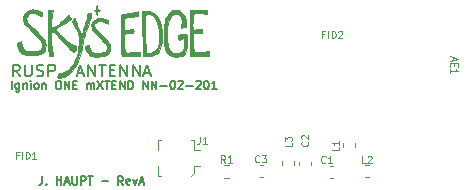
<source format=gbr>
%TF.GenerationSoftware,KiCad,Pcbnew,6.0.0+dfsg1-2*%
%TF.CreationDate,2022-03-05T21:21:34-05:00*%
%TF.ProjectId,RUSP_Antenna,52555350-5f41-46e7-9465-6e6e612e6b69,rev?*%
%TF.SameCoordinates,Original*%
%TF.FileFunction,Legend,Top*%
%TF.FilePolarity,Positive*%
%FSLAX46Y46*%
G04 Gerber Fmt 4.6, Leading zero omitted, Abs format (unit mm)*
G04 Created by KiCad (PCBNEW 6.0.0+dfsg1-2) date 2022-03-05 21:21:34*
%MOMM*%
%LPD*%
G01*
G04 APERTURE LIST*
%ADD10C,0.130000*%
%ADD11C,0.150000*%
%ADD12C,0.120000*%
%ADD13C,0.010000*%
G04 APERTURE END LIST*
D10*
X124650000Y-96716666D02*
X124650000Y-96016666D01*
X125283333Y-96250000D02*
X125283333Y-96816666D01*
X125250000Y-96883333D01*
X125216666Y-96916666D01*
X125150000Y-96950000D01*
X125050000Y-96950000D01*
X124983333Y-96916666D01*
X125283333Y-96683333D02*
X125216666Y-96716666D01*
X125083333Y-96716666D01*
X125016666Y-96683333D01*
X124983333Y-96650000D01*
X124950000Y-96583333D01*
X124950000Y-96383333D01*
X124983333Y-96316666D01*
X125016666Y-96283333D01*
X125083333Y-96250000D01*
X125216666Y-96250000D01*
X125283333Y-96283333D01*
X125616666Y-96250000D02*
X125616666Y-96716666D01*
X125616666Y-96316666D02*
X125650000Y-96283333D01*
X125716666Y-96250000D01*
X125816666Y-96250000D01*
X125883333Y-96283333D01*
X125916666Y-96350000D01*
X125916666Y-96716666D01*
X126250000Y-96716666D02*
X126250000Y-96250000D01*
X126250000Y-96016666D02*
X126216666Y-96050000D01*
X126250000Y-96083333D01*
X126283333Y-96050000D01*
X126250000Y-96016666D01*
X126250000Y-96083333D01*
X126683333Y-96716666D02*
X126616666Y-96683333D01*
X126583333Y-96650000D01*
X126550000Y-96583333D01*
X126550000Y-96383333D01*
X126583333Y-96316666D01*
X126616666Y-96283333D01*
X126683333Y-96250000D01*
X126783333Y-96250000D01*
X126850000Y-96283333D01*
X126883333Y-96316666D01*
X126916666Y-96383333D01*
X126916666Y-96583333D01*
X126883333Y-96650000D01*
X126850000Y-96683333D01*
X126783333Y-96716666D01*
X126683333Y-96716666D01*
X127216666Y-96250000D02*
X127216666Y-96716666D01*
X127216666Y-96316666D02*
X127250000Y-96283333D01*
X127316666Y-96250000D01*
X127416666Y-96250000D01*
X127483333Y-96283333D01*
X127516666Y-96350000D01*
X127516666Y-96716666D01*
X128516666Y-96016666D02*
X128650000Y-96016666D01*
X128716666Y-96050000D01*
X128783333Y-96116666D01*
X128816666Y-96250000D01*
X128816666Y-96483333D01*
X128783333Y-96616666D01*
X128716666Y-96683333D01*
X128650000Y-96716666D01*
X128516666Y-96716666D01*
X128450000Y-96683333D01*
X128383333Y-96616666D01*
X128350000Y-96483333D01*
X128350000Y-96250000D01*
X128383333Y-96116666D01*
X128450000Y-96050000D01*
X128516666Y-96016666D01*
X129116666Y-96716666D02*
X129116666Y-96016666D01*
X129516666Y-96716666D01*
X129516666Y-96016666D01*
X129850000Y-96350000D02*
X130083333Y-96350000D01*
X130183333Y-96716666D02*
X129850000Y-96716666D01*
X129850000Y-96016666D01*
X130183333Y-96016666D01*
X131016666Y-96716666D02*
X131016666Y-96250000D01*
X131016666Y-96316666D02*
X131050000Y-96283333D01*
X131116666Y-96250000D01*
X131216666Y-96250000D01*
X131283333Y-96283333D01*
X131316666Y-96350000D01*
X131316666Y-96716666D01*
X131316666Y-96350000D02*
X131350000Y-96283333D01*
X131416666Y-96250000D01*
X131516666Y-96250000D01*
X131583333Y-96283333D01*
X131616666Y-96350000D01*
X131616666Y-96716666D01*
X131883333Y-96016666D02*
X132350000Y-96716666D01*
X132350000Y-96016666D02*
X131883333Y-96716666D01*
X132516666Y-96016666D02*
X132916666Y-96016666D01*
X132716666Y-96716666D02*
X132716666Y-96016666D01*
X133150000Y-96350000D02*
X133383333Y-96350000D01*
X133483333Y-96716666D02*
X133150000Y-96716666D01*
X133150000Y-96016666D01*
X133483333Y-96016666D01*
X133783333Y-96716666D02*
X133783333Y-96016666D01*
X134183333Y-96716666D01*
X134183333Y-96016666D01*
X134516666Y-96716666D02*
X134516666Y-96016666D01*
X134683333Y-96016666D01*
X134783333Y-96050000D01*
X134850000Y-96116666D01*
X134883333Y-96183333D01*
X134916666Y-96316666D01*
X134916666Y-96416666D01*
X134883333Y-96550000D01*
X134850000Y-96616666D01*
X134783333Y-96683333D01*
X134683333Y-96716666D01*
X134516666Y-96716666D01*
X135750000Y-96716666D02*
X135750000Y-96016666D01*
X136150000Y-96716666D01*
X136150000Y-96016666D01*
X136483333Y-96716666D02*
X136483333Y-96016666D01*
X136883333Y-96716666D01*
X136883333Y-96016666D01*
X137216666Y-96450000D02*
X137750000Y-96450000D01*
X138216666Y-96016666D02*
X138283333Y-96016666D01*
X138350000Y-96050000D01*
X138383333Y-96083333D01*
X138416666Y-96150000D01*
X138450000Y-96283333D01*
X138450000Y-96450000D01*
X138416666Y-96583333D01*
X138383333Y-96650000D01*
X138350000Y-96683333D01*
X138283333Y-96716666D01*
X138216666Y-96716666D01*
X138150000Y-96683333D01*
X138116666Y-96650000D01*
X138083333Y-96583333D01*
X138050000Y-96450000D01*
X138050000Y-96283333D01*
X138083333Y-96150000D01*
X138116666Y-96083333D01*
X138150000Y-96050000D01*
X138216666Y-96016666D01*
X138716666Y-96083333D02*
X138750000Y-96050000D01*
X138816666Y-96016666D01*
X138983333Y-96016666D01*
X139050000Y-96050000D01*
X139083333Y-96083333D01*
X139116666Y-96150000D01*
X139116666Y-96216666D01*
X139083333Y-96316666D01*
X138683333Y-96716666D01*
X139116666Y-96716666D01*
X139416666Y-96450000D02*
X139950000Y-96450000D01*
X140250000Y-96083333D02*
X140283333Y-96050000D01*
X140350000Y-96016666D01*
X140516666Y-96016666D01*
X140583333Y-96050000D01*
X140616666Y-96083333D01*
X140650000Y-96150000D01*
X140650000Y-96216666D01*
X140616666Y-96316666D01*
X140216666Y-96716666D01*
X140650000Y-96716666D01*
X141083333Y-96016666D02*
X141150000Y-96016666D01*
X141216666Y-96050000D01*
X141250000Y-96083333D01*
X141283333Y-96150000D01*
X141316666Y-96283333D01*
X141316666Y-96450000D01*
X141283333Y-96583333D01*
X141250000Y-96650000D01*
X141216666Y-96683333D01*
X141150000Y-96716666D01*
X141083333Y-96716666D01*
X141016666Y-96683333D01*
X140983333Y-96650000D01*
X140950000Y-96583333D01*
X140916666Y-96450000D01*
X140916666Y-96283333D01*
X140950000Y-96150000D01*
X140983333Y-96083333D01*
X141016666Y-96050000D01*
X141083333Y-96016666D01*
X141983333Y-96716666D02*
X141583333Y-96716666D01*
X141783333Y-96716666D02*
X141783333Y-96016666D01*
X141716666Y-96116666D01*
X141650000Y-96183333D01*
X141583333Y-96216666D01*
D11*
X127233333Y-104116666D02*
X127233333Y-104616666D01*
X127200000Y-104716666D01*
X127133333Y-104783333D01*
X127033333Y-104816666D01*
X126966666Y-104816666D01*
X127566666Y-104750000D02*
X127600000Y-104783333D01*
X127566666Y-104816666D01*
X127533333Y-104783333D01*
X127566666Y-104750000D01*
X127566666Y-104816666D01*
X128433333Y-104816666D02*
X128433333Y-104116666D01*
X128433333Y-104450000D02*
X128833333Y-104450000D01*
X128833333Y-104816666D02*
X128833333Y-104116666D01*
X129133333Y-104616666D02*
X129466666Y-104616666D01*
X129066666Y-104816666D02*
X129300000Y-104116666D01*
X129533333Y-104816666D01*
X129766666Y-104116666D02*
X129766666Y-104683333D01*
X129800000Y-104750000D01*
X129833333Y-104783333D01*
X129900000Y-104816666D01*
X130033333Y-104816666D01*
X130100000Y-104783333D01*
X130133333Y-104750000D01*
X130166666Y-104683333D01*
X130166666Y-104116666D01*
X130500000Y-104816666D02*
X130500000Y-104116666D01*
X130766666Y-104116666D01*
X130833333Y-104150000D01*
X130866666Y-104183333D01*
X130900000Y-104250000D01*
X130900000Y-104350000D01*
X130866666Y-104416666D01*
X130833333Y-104450000D01*
X130766666Y-104483333D01*
X130500000Y-104483333D01*
X131100000Y-104116666D02*
X131500000Y-104116666D01*
X131300000Y-104816666D02*
X131300000Y-104116666D01*
X132266666Y-104550000D02*
X132800000Y-104550000D01*
X134066666Y-104816666D02*
X133833333Y-104483333D01*
X133666666Y-104816666D02*
X133666666Y-104116666D01*
X133933333Y-104116666D01*
X134000000Y-104150000D01*
X134033333Y-104183333D01*
X134066666Y-104250000D01*
X134066666Y-104350000D01*
X134033333Y-104416666D01*
X134000000Y-104450000D01*
X133933333Y-104483333D01*
X133666666Y-104483333D01*
X134633333Y-104783333D02*
X134566666Y-104816666D01*
X134433333Y-104816666D01*
X134366666Y-104783333D01*
X134333333Y-104716666D01*
X134333333Y-104450000D01*
X134366666Y-104383333D01*
X134433333Y-104350000D01*
X134566666Y-104350000D01*
X134633333Y-104383333D01*
X134666666Y-104450000D01*
X134666666Y-104516666D01*
X134333333Y-104583333D01*
X134900000Y-104350000D02*
X135066666Y-104816666D01*
X135233333Y-104350000D01*
X135466666Y-104616666D02*
X135800000Y-104616666D01*
X135400000Y-104816666D02*
X135633333Y-104116666D01*
X135866666Y-104816666D01*
X125307023Y-95652380D02*
X124973690Y-95176190D01*
X124735595Y-95652380D02*
X124735595Y-94652380D01*
X125116547Y-94652380D01*
X125211785Y-94700000D01*
X125259404Y-94747619D01*
X125307023Y-94842857D01*
X125307023Y-94985714D01*
X125259404Y-95080952D01*
X125211785Y-95128571D01*
X125116547Y-95176190D01*
X124735595Y-95176190D01*
X125735595Y-94652380D02*
X125735595Y-95461904D01*
X125783214Y-95557142D01*
X125830833Y-95604761D01*
X125926071Y-95652380D01*
X126116547Y-95652380D01*
X126211785Y-95604761D01*
X126259404Y-95557142D01*
X126307023Y-95461904D01*
X126307023Y-94652380D01*
X126735595Y-95604761D02*
X126878452Y-95652380D01*
X127116547Y-95652380D01*
X127211785Y-95604761D01*
X127259404Y-95557142D01*
X127307023Y-95461904D01*
X127307023Y-95366666D01*
X127259404Y-95271428D01*
X127211785Y-95223809D01*
X127116547Y-95176190D01*
X126926071Y-95128571D01*
X126830833Y-95080952D01*
X126783214Y-95033333D01*
X126735595Y-94938095D01*
X126735595Y-94842857D01*
X126783214Y-94747619D01*
X126830833Y-94700000D01*
X126926071Y-94652380D01*
X127164166Y-94652380D01*
X127307023Y-94700000D01*
X127735595Y-95652380D02*
X127735595Y-94652380D01*
X128116547Y-94652380D01*
X128211785Y-94700000D01*
X128259404Y-94747619D01*
X128307023Y-94842857D01*
X128307023Y-94985714D01*
X128259404Y-95080952D01*
X128211785Y-95128571D01*
X128116547Y-95176190D01*
X127735595Y-95176190D01*
X130211785Y-95366666D02*
X130687976Y-95366666D01*
X130116547Y-95652380D02*
X130449880Y-94652380D01*
X130783214Y-95652380D01*
X131116547Y-95652380D02*
X131116547Y-94652380D01*
X131687976Y-95652380D01*
X131687976Y-94652380D01*
X132021309Y-94652380D02*
X132592738Y-94652380D01*
X132307023Y-95652380D02*
X132307023Y-94652380D01*
X132926071Y-95128571D02*
X133259404Y-95128571D01*
X133402261Y-95652380D02*
X132926071Y-95652380D01*
X132926071Y-94652380D01*
X133402261Y-94652380D01*
X133830833Y-95652380D02*
X133830833Y-94652380D01*
X134402261Y-95652380D01*
X134402261Y-94652380D01*
X134878452Y-95652380D02*
X134878452Y-94652380D01*
X135449880Y-95652380D01*
X135449880Y-94652380D01*
X135878452Y-95366666D02*
X136354642Y-95366666D01*
X135783214Y-95652380D02*
X136116547Y-94652380D01*
X136449880Y-95652380D01*
D12*
%TO.C,FID1*%
X125207142Y-102307142D02*
X125007142Y-102307142D01*
X125007142Y-102621428D02*
X125007142Y-102021428D01*
X125292857Y-102021428D01*
X125521428Y-102621428D02*
X125521428Y-102021428D01*
X125807142Y-102621428D02*
X125807142Y-102021428D01*
X125950000Y-102021428D01*
X126035714Y-102050000D01*
X126092857Y-102107142D01*
X126121428Y-102164285D01*
X126150000Y-102278571D01*
X126150000Y-102364285D01*
X126121428Y-102478571D01*
X126092857Y-102535714D01*
X126035714Y-102592857D01*
X125950000Y-102621428D01*
X125807142Y-102621428D01*
X126721428Y-102621428D02*
X126378571Y-102621428D01*
X126550000Y-102621428D02*
X126550000Y-102021428D01*
X126492857Y-102107142D01*
X126435714Y-102164285D01*
X126378571Y-102192857D01*
%TO.C,FID2*%
X151107142Y-92107142D02*
X150907142Y-92107142D01*
X150907142Y-92421428D02*
X150907142Y-91821428D01*
X151192857Y-91821428D01*
X151421428Y-92421428D02*
X151421428Y-91821428D01*
X151707142Y-92421428D02*
X151707142Y-91821428D01*
X151850000Y-91821428D01*
X151935714Y-91850000D01*
X151992857Y-91907142D01*
X152021428Y-91964285D01*
X152050000Y-92078571D01*
X152050000Y-92164285D01*
X152021428Y-92278571D01*
X151992857Y-92335714D01*
X151935714Y-92392857D01*
X151850000Y-92421428D01*
X151707142Y-92421428D01*
X152278571Y-91878571D02*
X152307142Y-91850000D01*
X152364285Y-91821428D01*
X152507142Y-91821428D01*
X152564285Y-91850000D01*
X152592857Y-91878571D01*
X152621428Y-91935714D01*
X152621428Y-91992857D01*
X152592857Y-92078571D01*
X152250000Y-92421428D01*
X152621428Y-92421428D01*
%TO.C,J1*%
X140550000Y-100821428D02*
X140550000Y-101250000D01*
X140521428Y-101335714D01*
X140464285Y-101392857D01*
X140378571Y-101421428D01*
X140321428Y-101421428D01*
X141150000Y-101421428D02*
X140807142Y-101421428D01*
X140978571Y-101421428D02*
X140978571Y-100821428D01*
X140921428Y-100907142D01*
X140864285Y-100964285D01*
X140807142Y-100992857D01*
%TO.C,C1*%
X151200000Y-102934285D02*
X151171428Y-102962857D01*
X151085714Y-102991428D01*
X151028571Y-102991428D01*
X150942857Y-102962857D01*
X150885714Y-102905714D01*
X150857142Y-102848571D01*
X150828571Y-102734285D01*
X150828571Y-102648571D01*
X150857142Y-102534285D01*
X150885714Y-102477142D01*
X150942857Y-102420000D01*
X151028571Y-102391428D01*
X151085714Y-102391428D01*
X151171428Y-102420000D01*
X151200000Y-102448571D01*
X151771428Y-102991428D02*
X151428571Y-102991428D01*
X151600000Y-102991428D02*
X151600000Y-102391428D01*
X151542857Y-102477142D01*
X151485714Y-102534285D01*
X151428571Y-102562857D01*
%TO.C,C2*%
X149694285Y-101180000D02*
X149722857Y-101208571D01*
X149751428Y-101294285D01*
X149751428Y-101351428D01*
X149722857Y-101437142D01*
X149665714Y-101494285D01*
X149608571Y-101522857D01*
X149494285Y-101551428D01*
X149408571Y-101551428D01*
X149294285Y-101522857D01*
X149237142Y-101494285D01*
X149180000Y-101437142D01*
X149151428Y-101351428D01*
X149151428Y-101294285D01*
X149180000Y-101208571D01*
X149208571Y-101180000D01*
X149208571Y-100951428D02*
X149180000Y-100922857D01*
X149151428Y-100865714D01*
X149151428Y-100722857D01*
X149180000Y-100665714D01*
X149208571Y-100637142D01*
X149265714Y-100608571D01*
X149322857Y-100608571D01*
X149408571Y-100637142D01*
X149751428Y-100980000D01*
X149751428Y-100608571D01*
%TO.C,L1*%
X152371428Y-101600000D02*
X152371428Y-101885714D01*
X151771428Y-101885714D01*
X152371428Y-101085714D02*
X152371428Y-101428571D01*
X152371428Y-101257142D02*
X151771428Y-101257142D01*
X151857142Y-101314285D01*
X151914285Y-101371428D01*
X151942857Y-101428571D01*
%TO.C,AE1*%
X161950000Y-94000000D02*
X161950000Y-94285714D01*
X161778571Y-93942857D02*
X162378571Y-94142857D01*
X161778571Y-94342857D01*
X162092857Y-94542857D02*
X162092857Y-94742857D01*
X161778571Y-94828571D02*
X161778571Y-94542857D01*
X162378571Y-94542857D01*
X162378571Y-94828571D01*
X161778571Y-95400000D02*
X161778571Y-95057142D01*
X161778571Y-95228571D02*
X162378571Y-95228571D01*
X162292857Y-95171428D01*
X162235714Y-95114285D01*
X162207142Y-95057142D01*
%TO.C,R1*%
X142700000Y-102951428D02*
X142500000Y-102665714D01*
X142357142Y-102951428D02*
X142357142Y-102351428D01*
X142585714Y-102351428D01*
X142642857Y-102380000D01*
X142671428Y-102408571D01*
X142700000Y-102465714D01*
X142700000Y-102551428D01*
X142671428Y-102608571D01*
X142642857Y-102637142D01*
X142585714Y-102665714D01*
X142357142Y-102665714D01*
X143271428Y-102951428D02*
X142928571Y-102951428D01*
X143100000Y-102951428D02*
X143100000Y-102351428D01*
X143042857Y-102437142D01*
X142985714Y-102494285D01*
X142928571Y-102522857D01*
%TO.C,L2*%
X154600000Y-102991428D02*
X154314285Y-102991428D01*
X154314285Y-102391428D01*
X154771428Y-102448571D02*
X154800000Y-102420000D01*
X154857142Y-102391428D01*
X155000000Y-102391428D01*
X155057142Y-102420000D01*
X155085714Y-102448571D01*
X155114285Y-102505714D01*
X155114285Y-102562857D01*
X155085714Y-102648571D01*
X154742857Y-102991428D01*
X155114285Y-102991428D01*
%TO.C,L3*%
X148341428Y-101280000D02*
X148341428Y-101565714D01*
X147741428Y-101565714D01*
X147741428Y-101137142D02*
X147741428Y-100765714D01*
X147970000Y-100965714D01*
X147970000Y-100880000D01*
X147998571Y-100822857D01*
X148027142Y-100794285D01*
X148084285Y-100765714D01*
X148227142Y-100765714D01*
X148284285Y-100794285D01*
X148312857Y-100822857D01*
X148341428Y-100880000D01*
X148341428Y-101051428D01*
X148312857Y-101108571D01*
X148284285Y-101137142D01*
%TO.C,C3*%
X145600000Y-102884285D02*
X145571428Y-102912857D01*
X145485714Y-102941428D01*
X145428571Y-102941428D01*
X145342857Y-102912857D01*
X145285714Y-102855714D01*
X145257142Y-102798571D01*
X145228571Y-102684285D01*
X145228571Y-102598571D01*
X145257142Y-102484285D01*
X145285714Y-102427142D01*
X145342857Y-102370000D01*
X145428571Y-102341428D01*
X145485714Y-102341428D01*
X145571428Y-102370000D01*
X145600000Y-102398571D01*
X145800000Y-102341428D02*
X146171428Y-102341428D01*
X145971428Y-102570000D01*
X146057142Y-102570000D01*
X146114285Y-102598571D01*
X146142857Y-102627142D01*
X146171428Y-102684285D01*
X146171428Y-102827142D01*
X146142857Y-102884285D01*
X146114285Y-102912857D01*
X146057142Y-102941428D01*
X145885714Y-102941428D01*
X145828571Y-102912857D01*
X145800000Y-102884285D01*
D13*
%TO.C,G\u002A\u002A\u002A*%
X131324331Y-90285312D02*
X131377167Y-90310610D01*
X131377167Y-90310610D02*
X131381106Y-90317338D01*
X131381106Y-90317338D02*
X131379331Y-90367883D01*
X131379331Y-90367883D02*
X131358810Y-90468370D01*
X131358810Y-90468370D02*
X131322447Y-90609046D01*
X131322447Y-90609046D02*
X131273143Y-90780157D01*
X131273143Y-90780157D02*
X131213803Y-90971951D01*
X131213803Y-90971951D02*
X131147327Y-91174674D01*
X131147327Y-91174674D02*
X131076620Y-91378572D01*
X131076620Y-91378572D02*
X131016353Y-91542895D01*
X131016353Y-91542895D02*
X130932685Y-91768451D01*
X130932685Y-91768451D02*
X130862194Y-91969050D01*
X130862194Y-91969050D02*
X130801043Y-92158219D01*
X130801043Y-92158219D02*
X130745398Y-92349484D01*
X130745398Y-92349484D02*
X130691420Y-92556373D01*
X130691420Y-92556373D02*
X130635274Y-92792414D01*
X130635274Y-92792414D02*
X130573124Y-93071133D01*
X130573124Y-93071133D02*
X130541452Y-93217453D01*
X130541452Y-93217453D02*
X130462664Y-93571292D01*
X130462664Y-93571292D02*
X130389817Y-93870021D01*
X130389817Y-93870021D02*
X130320450Y-94121474D01*
X130320450Y-94121474D02*
X130252105Y-94333482D01*
X130252105Y-94333482D02*
X130182322Y-94513879D01*
X130182322Y-94513879D02*
X130108641Y-94670496D01*
X130108641Y-94670496D02*
X130054341Y-94768625D01*
X130054341Y-94768625D02*
X129922207Y-94959724D01*
X129922207Y-94959724D02*
X129751122Y-95158523D01*
X129751122Y-95158523D02*
X129559581Y-95345654D01*
X129559581Y-95345654D02*
X129366076Y-95501751D01*
X129366076Y-95501751D02*
X129331250Y-95525875D01*
X129331250Y-95525875D02*
X129197343Y-95603837D01*
X129197343Y-95603837D02*
X129050338Y-95669688D01*
X129050338Y-95669688D02*
X128901312Y-95720925D01*
X128901312Y-95720925D02*
X128761341Y-95755044D01*
X128761341Y-95755044D02*
X128641500Y-95769543D01*
X128641500Y-95769543D02*
X128552866Y-95761919D01*
X128552866Y-95761919D02*
X128506515Y-95729668D01*
X128506515Y-95729668D02*
X128502385Y-95713187D01*
X128502385Y-95713187D02*
X128502350Y-95602812D01*
X128502350Y-95602812D02*
X128513543Y-95505784D01*
X128513543Y-95505784D02*
X128533049Y-95445174D01*
X128533049Y-95445174D02*
X128536880Y-95440257D01*
X128536880Y-95440257D02*
X128578767Y-95422248D01*
X128578767Y-95422248D02*
X128665963Y-95399181D01*
X128665963Y-95399181D02*
X128780998Y-95375562D01*
X128780998Y-95375562D02*
X128802285Y-95371778D01*
X128802285Y-95371778D02*
X129019366Y-95318278D01*
X129019366Y-95318278D02*
X129209612Y-95233548D01*
X129209612Y-95233548D02*
X129388904Y-95108405D01*
X129388904Y-95108405D02*
X129573119Y-94933668D01*
X129573119Y-94933668D02*
X129588914Y-94916876D01*
X129588914Y-94916876D02*
X129757908Y-94713565D01*
X129757908Y-94713565D02*
X129901661Y-94489592D01*
X129901661Y-94489592D02*
X130022952Y-94237506D01*
X130022952Y-94237506D02*
X130124563Y-93949853D01*
X130124563Y-93949853D02*
X130209275Y-93619182D01*
X130209275Y-93619182D02*
X130279869Y-93238040D01*
X130279869Y-93238040D02*
X130319609Y-92958875D01*
X130319609Y-92958875D02*
X130344031Y-92761264D01*
X130344031Y-92761264D02*
X130359119Y-92599855D01*
X130359119Y-92599855D02*
X130362404Y-92462667D01*
X130362404Y-92462667D02*
X130351415Y-92337720D01*
X130351415Y-92337720D02*
X130323682Y-92213033D01*
X130323682Y-92213033D02*
X130276737Y-92076626D01*
X130276737Y-92076626D02*
X130208108Y-91916520D01*
X130208108Y-91916520D02*
X130115328Y-91720733D01*
X130115328Y-91720733D02*
X130027334Y-91541092D01*
X130027334Y-91541092D02*
X129743768Y-90964887D01*
X129743768Y-90964887D02*
X129799446Y-90869858D01*
X129799446Y-90869858D02*
X129860069Y-90787051D01*
X129860069Y-90787051D02*
X129922440Y-90733717D01*
X129922440Y-90733717D02*
X129972339Y-90720825D01*
X129972339Y-90720825D02*
X129983913Y-90727580D01*
X129983913Y-90727580D02*
X129999792Y-90767120D01*
X129999792Y-90767120D02*
X130021842Y-90851331D01*
X130021842Y-90851331D02*
X130045399Y-90962314D01*
X130045399Y-90962314D02*
X130046311Y-90967084D01*
X130046311Y-90967084D02*
X130076904Y-91086127D01*
X130076904Y-91086127D02*
X130127800Y-91240729D01*
X130127800Y-91240729D02*
X130191461Y-91409377D01*
X130191461Y-91409377D02*
X130249060Y-91545656D01*
X130249060Y-91545656D02*
X130339819Y-91744825D01*
X130339819Y-91744825D02*
X130410773Y-91890063D01*
X130410773Y-91890063D02*
X130465858Y-91986333D01*
X130465858Y-91986333D02*
X130509010Y-92038598D01*
X130509010Y-92038598D02*
X130544164Y-92051823D01*
X130544164Y-92051823D02*
X130575256Y-92030971D01*
X130575256Y-92030971D02*
X130601463Y-91990101D01*
X130601463Y-91990101D02*
X130624583Y-91932713D01*
X130624583Y-91932713D02*
X130661092Y-91825284D01*
X130661092Y-91825284D02*
X130707677Y-91679035D01*
X130707677Y-91679035D02*
X130761022Y-91505188D01*
X130761022Y-91505188D02*
X130817813Y-91314965D01*
X130817813Y-91314965D02*
X130874735Y-91119588D01*
X130874735Y-91119588D02*
X130928472Y-90930279D01*
X130928472Y-90930279D02*
X130975712Y-90758259D01*
X130975712Y-90758259D02*
X131013138Y-90614751D01*
X131013138Y-90614751D02*
X131035086Y-90522062D01*
X131035086Y-90522062D02*
X131088314Y-90276000D01*
X131088314Y-90276000D02*
X131226778Y-90276000D01*
X131226778Y-90276000D02*
X131324331Y-90285312D01*
X131324331Y-90285312D02*
X131324331Y-90285312D01*
G36*
X131324331Y-90285312D02*
G01*
X131377167Y-90310610D01*
X131381106Y-90317338D01*
X131379331Y-90367883D01*
X131358810Y-90468370D01*
X131322447Y-90609046D01*
X131273143Y-90780157D01*
X131213803Y-90971951D01*
X131147327Y-91174674D01*
X131076620Y-91378572D01*
X131016353Y-91542895D01*
X130932685Y-91768451D01*
X130862194Y-91969050D01*
X130801043Y-92158219D01*
X130745398Y-92349484D01*
X130691420Y-92556373D01*
X130635274Y-92792414D01*
X130573124Y-93071133D01*
X130541452Y-93217453D01*
X130462664Y-93571292D01*
X130389817Y-93870021D01*
X130320450Y-94121474D01*
X130252105Y-94333482D01*
X130182322Y-94513879D01*
X130108641Y-94670496D01*
X130054341Y-94768625D01*
X129922207Y-94959724D01*
X129751122Y-95158523D01*
X129559581Y-95345654D01*
X129366076Y-95501751D01*
X129331250Y-95525875D01*
X129197343Y-95603837D01*
X129050338Y-95669688D01*
X128901312Y-95720925D01*
X128761341Y-95755044D01*
X128641500Y-95769543D01*
X128552866Y-95761919D01*
X128506515Y-95729668D01*
X128502385Y-95713187D01*
X128502350Y-95602812D01*
X128513543Y-95505784D01*
X128533049Y-95445174D01*
X128536880Y-95440257D01*
X128578767Y-95422248D01*
X128665963Y-95399181D01*
X128780998Y-95375562D01*
X128802285Y-95371778D01*
X129019366Y-95318278D01*
X129209612Y-95233548D01*
X129388904Y-95108405D01*
X129573119Y-94933668D01*
X129588914Y-94916876D01*
X129757908Y-94713565D01*
X129901661Y-94489592D01*
X130022952Y-94237506D01*
X130124563Y-93949853D01*
X130209275Y-93619182D01*
X130279869Y-93238040D01*
X130319609Y-92958875D01*
X130344031Y-92761264D01*
X130359119Y-92599855D01*
X130362404Y-92462667D01*
X130351415Y-92337720D01*
X130323682Y-92213033D01*
X130276737Y-92076626D01*
X130208108Y-91916520D01*
X130115328Y-91720733D01*
X130027334Y-91541092D01*
X129743768Y-90964887D01*
X129799446Y-90869858D01*
X129860069Y-90787051D01*
X129922440Y-90733717D01*
X129972339Y-90720825D01*
X129983913Y-90727580D01*
X129999792Y-90767120D01*
X130021842Y-90851331D01*
X130045399Y-90962314D01*
X130046311Y-90967084D01*
X130076904Y-91086127D01*
X130127800Y-91240729D01*
X130191461Y-91409377D01*
X130249060Y-91545656D01*
X130339819Y-91744825D01*
X130410773Y-91890063D01*
X130465858Y-91986333D01*
X130509010Y-92038598D01*
X130544164Y-92051823D01*
X130575256Y-92030971D01*
X130601463Y-91990101D01*
X130624583Y-91932713D01*
X130661092Y-91825284D01*
X130707677Y-91679035D01*
X130761022Y-91505188D01*
X130817813Y-91314965D01*
X130874735Y-91119588D01*
X130928472Y-90930279D01*
X130975712Y-90758259D01*
X131013138Y-90614751D01*
X131035086Y-90522062D01*
X131088314Y-90276000D01*
X131226778Y-90276000D01*
X131324331Y-90285312D01*
G37*
X131324331Y-90285312D02*
X131377167Y-90310610D01*
X131381106Y-90317338D01*
X131379331Y-90367883D01*
X131358810Y-90468370D01*
X131322447Y-90609046D01*
X131273143Y-90780157D01*
X131213803Y-90971951D01*
X131147327Y-91174674D01*
X131076620Y-91378572D01*
X131016353Y-91542895D01*
X130932685Y-91768451D01*
X130862194Y-91969050D01*
X130801043Y-92158219D01*
X130745398Y-92349484D01*
X130691420Y-92556373D01*
X130635274Y-92792414D01*
X130573124Y-93071133D01*
X130541452Y-93217453D01*
X130462664Y-93571292D01*
X130389817Y-93870021D01*
X130320450Y-94121474D01*
X130252105Y-94333482D01*
X130182322Y-94513879D01*
X130108641Y-94670496D01*
X130054341Y-94768625D01*
X129922207Y-94959724D01*
X129751122Y-95158523D01*
X129559581Y-95345654D01*
X129366076Y-95501751D01*
X129331250Y-95525875D01*
X129197343Y-95603837D01*
X129050338Y-95669688D01*
X128901312Y-95720925D01*
X128761341Y-95755044D01*
X128641500Y-95769543D01*
X128552866Y-95761919D01*
X128506515Y-95729668D01*
X128502385Y-95713187D01*
X128502350Y-95602812D01*
X128513543Y-95505784D01*
X128533049Y-95445174D01*
X128536880Y-95440257D01*
X128578767Y-95422248D01*
X128665963Y-95399181D01*
X128780998Y-95375562D01*
X128802285Y-95371778D01*
X129019366Y-95318278D01*
X129209612Y-95233548D01*
X129388904Y-95108405D01*
X129573119Y-94933668D01*
X129588914Y-94916876D01*
X129757908Y-94713565D01*
X129901661Y-94489592D01*
X130022952Y-94237506D01*
X130124563Y-93949853D01*
X130209275Y-93619182D01*
X130279869Y-93238040D01*
X130319609Y-92958875D01*
X130344031Y-92761264D01*
X130359119Y-92599855D01*
X130362404Y-92462667D01*
X130351415Y-92337720D01*
X130323682Y-92213033D01*
X130276737Y-92076626D01*
X130208108Y-91916520D01*
X130115328Y-91720733D01*
X130027334Y-91541092D01*
X129743768Y-90964887D01*
X129799446Y-90869858D01*
X129860069Y-90787051D01*
X129922440Y-90733717D01*
X129972339Y-90720825D01*
X129983913Y-90727580D01*
X129999792Y-90767120D01*
X130021842Y-90851331D01*
X130045399Y-90962314D01*
X130046311Y-90967084D01*
X130076904Y-91086127D01*
X130127800Y-91240729D01*
X130191461Y-91409377D01*
X130249060Y-91545656D01*
X130339819Y-91744825D01*
X130410773Y-91890063D01*
X130465858Y-91986333D01*
X130509010Y-92038598D01*
X130544164Y-92051823D01*
X130575256Y-92030971D01*
X130601463Y-91990101D01*
X130624583Y-91932713D01*
X130661092Y-91825284D01*
X130707677Y-91679035D01*
X130761022Y-91505188D01*
X130817813Y-91314965D01*
X130874735Y-91119588D01*
X130928472Y-90930279D01*
X130975712Y-90758259D01*
X131013138Y-90614751D01*
X131035086Y-90522062D01*
X131088314Y-90276000D01*
X131226778Y-90276000D01*
X131324331Y-90285312D01*
X132312289Y-90730478D02*
X132526297Y-90789683D01*
X132526297Y-90789683D02*
X132545937Y-90796796D01*
X132545937Y-90796796D02*
X132792000Y-90887755D01*
X132792000Y-90887755D02*
X132792000Y-91024504D01*
X132792000Y-91024504D02*
X132785704Y-91112503D01*
X132785704Y-91112503D02*
X132769901Y-91170462D01*
X132769901Y-91170462D02*
X132762433Y-91179525D01*
X132762433Y-91179525D02*
X132720624Y-91174278D01*
X132720624Y-91174278D02*
X132649612Y-91139737D01*
X132649612Y-91139737D02*
X132615202Y-91117950D01*
X132615202Y-91117950D02*
X132455444Y-91035862D01*
X132455444Y-91035862D02*
X132273376Y-90984180D01*
X132273376Y-90984180D02*
X132088252Y-90965307D01*
X132088252Y-90965307D02*
X131919327Y-90981647D01*
X131919327Y-90981647D02*
X131815481Y-91018126D01*
X131815481Y-91018126D02*
X131705824Y-91107639D01*
X131705824Y-91107639D02*
X131638959Y-91231069D01*
X131638959Y-91231069D02*
X131619140Y-91371867D01*
X131619140Y-91371867D02*
X131650620Y-91513480D01*
X131650620Y-91513480D02*
X131675684Y-91562054D01*
X131675684Y-91562054D02*
X131709815Y-91613472D01*
X131709815Y-91613472D02*
X131753883Y-91669543D01*
X131753883Y-91669543D02*
X131814033Y-91736540D01*
X131814033Y-91736540D02*
X131896411Y-91820734D01*
X131896411Y-91820734D02*
X132007163Y-91928397D01*
X132007163Y-91928397D02*
X132152434Y-92065800D01*
X132152434Y-92065800D02*
X132338371Y-92239215D01*
X132338371Y-92239215D02*
X132348395Y-92248525D01*
X132348395Y-92248525D02*
X132538512Y-92430693D01*
X132538512Y-92430693D02*
X132683586Y-92584856D01*
X132683586Y-92584856D02*
X132789750Y-92720600D01*
X132789750Y-92720600D02*
X132863139Y-92847511D01*
X132863139Y-92847511D02*
X132909887Y-92975176D01*
X132909887Y-92975176D02*
X132936127Y-93113181D01*
X132936127Y-93113181D02*
X132942552Y-93177068D01*
X132942552Y-93177068D02*
X132932914Y-93395483D01*
X132932914Y-93395483D02*
X132869706Y-93585376D01*
X132869706Y-93585376D02*
X132757055Y-93740952D01*
X132757055Y-93740952D02*
X132599088Y-93856414D01*
X132599088Y-93856414D02*
X132411000Y-93923627D01*
X132411000Y-93923627D02*
X132268762Y-93946282D01*
X132268762Y-93946282D02*
X132089654Y-93962803D01*
X132089654Y-93962803D02*
X131895856Y-93972313D01*
X131895856Y-93972313D02*
X131709547Y-93973938D01*
X131709547Y-93973938D02*
X131552907Y-93966800D01*
X131552907Y-93966800D02*
X131493803Y-93959854D01*
X131493803Y-93959854D02*
X131300053Y-93899004D01*
X131300053Y-93899004D02*
X131133680Y-93785463D01*
X131133680Y-93785463D02*
X131001141Y-93626496D01*
X131001141Y-93626496D02*
X130908889Y-93429367D01*
X130908889Y-93429367D02*
X130869544Y-93257397D01*
X130869544Y-93257397D02*
X130860306Y-93166468D01*
X130860306Y-93166468D02*
X130872089Y-93113428D01*
X130872089Y-93113428D02*
X130915453Y-93073534D01*
X130915453Y-93073534D02*
X130959574Y-93046469D01*
X130959574Y-93046469D02*
X131072463Y-92982904D01*
X131072463Y-92982904D02*
X131142892Y-92957669D01*
X131142892Y-92957669D02*
X131181974Y-92974998D01*
X131181974Y-92974998D02*
X131200822Y-93039129D01*
X131200822Y-93039129D02*
X131209763Y-93141841D01*
X131209763Y-93141841D02*
X131242082Y-93328474D01*
X131242082Y-93328474D02*
X131314669Y-93472599D01*
X131314669Y-93472599D02*
X131430837Y-93576675D01*
X131430837Y-93576675D02*
X131593898Y-93643159D01*
X131593898Y-93643159D02*
X131807166Y-93674509D01*
X131807166Y-93674509D02*
X131932266Y-93677783D01*
X131932266Y-93677783D02*
X132169576Y-93662926D01*
X132169576Y-93662926D02*
X132367227Y-93622166D01*
X132367227Y-93622166D02*
X132518230Y-93557585D01*
X132518230Y-93557585D02*
X132612907Y-93474990D01*
X132612907Y-93474990D02*
X132660195Y-93365376D01*
X132660195Y-93365376D02*
X132674538Y-93225375D01*
X132674538Y-93225375D02*
X132655739Y-93079004D01*
X132655739Y-93079004D02*
X132616995Y-92974015D01*
X132616995Y-92974015D02*
X132578579Y-92919684D01*
X132578579Y-92919684D02*
X132502760Y-92828851D01*
X132502760Y-92828851D02*
X132397047Y-92709905D01*
X132397047Y-92709905D02*
X132268951Y-92571235D01*
X132268951Y-92571235D02*
X132125979Y-92421229D01*
X132125979Y-92421229D02*
X132078042Y-92371927D01*
X132078042Y-92371927D02*
X131855664Y-92138856D01*
X131855664Y-92138856D02*
X131679406Y-91940324D01*
X131679406Y-91940324D02*
X131546210Y-91770698D01*
X131546210Y-91770698D02*
X131453016Y-91624347D01*
X131453016Y-91624347D02*
X131396765Y-91495639D01*
X131396765Y-91495639D02*
X131374400Y-91378941D01*
X131374400Y-91378941D02*
X131382860Y-91268623D01*
X131382860Y-91268623D02*
X131419088Y-91159051D01*
X131419088Y-91159051D02*
X131419181Y-91158840D01*
X131419181Y-91158840D02*
X131519452Y-90994780D01*
X131519452Y-90994780D02*
X131659072Y-90849034D01*
X131659072Y-90849034D02*
X131787306Y-90760330D01*
X131787306Y-90760330D02*
X131928780Y-90715127D01*
X131928780Y-90715127D02*
X132108446Y-90705401D01*
X132108446Y-90705401D02*
X132312289Y-90730478D01*
X132312289Y-90730478D02*
X132312289Y-90730478D01*
G36*
X132312289Y-90730478D02*
G01*
X132526297Y-90789683D01*
X132545937Y-90796796D01*
X132792000Y-90887755D01*
X132792000Y-91024504D01*
X132785704Y-91112503D01*
X132769901Y-91170462D01*
X132762433Y-91179525D01*
X132720624Y-91174278D01*
X132649612Y-91139737D01*
X132615202Y-91117950D01*
X132455444Y-91035862D01*
X132273376Y-90984180D01*
X132088252Y-90965307D01*
X131919327Y-90981647D01*
X131815481Y-91018126D01*
X131705824Y-91107639D01*
X131638959Y-91231069D01*
X131619140Y-91371867D01*
X131650620Y-91513480D01*
X131675684Y-91562054D01*
X131709815Y-91613472D01*
X131753883Y-91669543D01*
X131814033Y-91736540D01*
X131896411Y-91820734D01*
X132007163Y-91928397D01*
X132152434Y-92065800D01*
X132338371Y-92239215D01*
X132348395Y-92248525D01*
X132538512Y-92430693D01*
X132683586Y-92584856D01*
X132789750Y-92720600D01*
X132863139Y-92847511D01*
X132909887Y-92975176D01*
X132936127Y-93113181D01*
X132942552Y-93177068D01*
X132932914Y-93395483D01*
X132869706Y-93585376D01*
X132757055Y-93740952D01*
X132599088Y-93856414D01*
X132411000Y-93923627D01*
X132268762Y-93946282D01*
X132089654Y-93962803D01*
X131895856Y-93972313D01*
X131709547Y-93973938D01*
X131552907Y-93966800D01*
X131493803Y-93959854D01*
X131300053Y-93899004D01*
X131133680Y-93785463D01*
X131001141Y-93626496D01*
X130908889Y-93429367D01*
X130869544Y-93257397D01*
X130860306Y-93166468D01*
X130872089Y-93113428D01*
X130915453Y-93073534D01*
X130959574Y-93046469D01*
X131072463Y-92982904D01*
X131142892Y-92957669D01*
X131181974Y-92974998D01*
X131200822Y-93039129D01*
X131209763Y-93141841D01*
X131242082Y-93328474D01*
X131314669Y-93472599D01*
X131430837Y-93576675D01*
X131593898Y-93643159D01*
X131807166Y-93674509D01*
X131932266Y-93677783D01*
X132169576Y-93662926D01*
X132367227Y-93622166D01*
X132518230Y-93557585D01*
X132612907Y-93474990D01*
X132660195Y-93365376D01*
X132674538Y-93225375D01*
X132655739Y-93079004D01*
X132616995Y-92974015D01*
X132578579Y-92919684D01*
X132502760Y-92828851D01*
X132397047Y-92709905D01*
X132268951Y-92571235D01*
X132125979Y-92421229D01*
X132078042Y-92371927D01*
X131855664Y-92138856D01*
X131679406Y-91940324D01*
X131546210Y-91770698D01*
X131453016Y-91624347D01*
X131396765Y-91495639D01*
X131374400Y-91378941D01*
X131382860Y-91268623D01*
X131419088Y-91159051D01*
X131419181Y-91158840D01*
X131519452Y-90994780D01*
X131659072Y-90849034D01*
X131787306Y-90760330D01*
X131928780Y-90715127D01*
X132108446Y-90705401D01*
X132312289Y-90730478D01*
G37*
X132312289Y-90730478D02*
X132526297Y-90789683D01*
X132545937Y-90796796D01*
X132792000Y-90887755D01*
X132792000Y-91024504D01*
X132785704Y-91112503D01*
X132769901Y-91170462D01*
X132762433Y-91179525D01*
X132720624Y-91174278D01*
X132649612Y-91139737D01*
X132615202Y-91117950D01*
X132455444Y-91035862D01*
X132273376Y-90984180D01*
X132088252Y-90965307D01*
X131919327Y-90981647D01*
X131815481Y-91018126D01*
X131705824Y-91107639D01*
X131638959Y-91231069D01*
X131619140Y-91371867D01*
X131650620Y-91513480D01*
X131675684Y-91562054D01*
X131709815Y-91613472D01*
X131753883Y-91669543D01*
X131814033Y-91736540D01*
X131896411Y-91820734D01*
X132007163Y-91928397D01*
X132152434Y-92065800D01*
X132338371Y-92239215D01*
X132348395Y-92248525D01*
X132538512Y-92430693D01*
X132683586Y-92584856D01*
X132789750Y-92720600D01*
X132863139Y-92847511D01*
X132909887Y-92975176D01*
X132936127Y-93113181D01*
X132942552Y-93177068D01*
X132932914Y-93395483D01*
X132869706Y-93585376D01*
X132757055Y-93740952D01*
X132599088Y-93856414D01*
X132411000Y-93923627D01*
X132268762Y-93946282D01*
X132089654Y-93962803D01*
X131895856Y-93972313D01*
X131709547Y-93973938D01*
X131552907Y-93966800D01*
X131493803Y-93959854D01*
X131300053Y-93899004D01*
X131133680Y-93785463D01*
X131001141Y-93626496D01*
X130908889Y-93429367D01*
X130869544Y-93257397D01*
X130860306Y-93166468D01*
X130872089Y-93113428D01*
X130915453Y-93073534D01*
X130959574Y-93046469D01*
X131072463Y-92982904D01*
X131142892Y-92957669D01*
X131181974Y-92974998D01*
X131200822Y-93039129D01*
X131209763Y-93141841D01*
X131242082Y-93328474D01*
X131314669Y-93472599D01*
X131430837Y-93576675D01*
X131593898Y-93643159D01*
X131807166Y-93674509D01*
X131932266Y-93677783D01*
X132169576Y-93662926D01*
X132367227Y-93622166D01*
X132518230Y-93557585D01*
X132612907Y-93474990D01*
X132660195Y-93365376D01*
X132674538Y-93225375D01*
X132655739Y-93079004D01*
X132616995Y-92974015D01*
X132578579Y-92919684D01*
X132502760Y-92828851D01*
X132397047Y-92709905D01*
X132268951Y-92571235D01*
X132125979Y-92421229D01*
X132078042Y-92371927D01*
X131855664Y-92138856D01*
X131679406Y-91940324D01*
X131546210Y-91770698D01*
X131453016Y-91624347D01*
X131396765Y-91495639D01*
X131374400Y-91378941D01*
X131382860Y-91268623D01*
X131419088Y-91159051D01*
X131419181Y-91158840D01*
X131519452Y-90994780D01*
X131659072Y-90849034D01*
X131787306Y-90760330D01*
X131928780Y-90715127D01*
X132108446Y-90705401D01*
X132312289Y-90730478D01*
X138545910Y-90028074D02*
X138640384Y-90044617D01*
X138640384Y-90044617D02*
X138701351Y-90057542D01*
X138701351Y-90057542D02*
X138888869Y-90129160D01*
X138888869Y-90129160D02*
X139048704Y-90256386D01*
X139048704Y-90256386D02*
X139179486Y-90437038D01*
X139179486Y-90437038D02*
X139279842Y-90668930D01*
X139279842Y-90668930D02*
X139348402Y-90949880D01*
X139348402Y-90949880D02*
X139372203Y-91125917D01*
X139372203Y-91125917D02*
X139384736Y-91262574D01*
X139384736Y-91262574D02*
X139392359Y-91373861D01*
X139392359Y-91373861D02*
X139394277Y-91445894D01*
X139394277Y-91445894D02*
X139391692Y-91465640D01*
X139391692Y-91465640D02*
X139355530Y-91475483D01*
X139355530Y-91475483D02*
X139273644Y-91488275D01*
X139273644Y-91488275D02*
X139163556Y-91501291D01*
X139163556Y-91501291D02*
X139160443Y-91501612D01*
X139160443Y-91501612D02*
X138942876Y-91523902D01*
X138942876Y-91523902D02*
X138959908Y-91431763D01*
X138959908Y-91431763D02*
X138975163Y-91349448D01*
X138975163Y-91349448D02*
X138996514Y-91234469D01*
X138996514Y-91234469D02*
X139012383Y-91149125D01*
X139012383Y-91149125D02*
X139031541Y-90927561D01*
X139031541Y-90927561D02*
X139005020Y-90734884D01*
X139005020Y-90734884D02*
X138937563Y-90576426D01*
X138937563Y-90576426D02*
X138833909Y-90457520D01*
X138833909Y-90457520D02*
X138698802Y-90383502D01*
X138698802Y-90383502D02*
X138536981Y-90359704D01*
X138536981Y-90359704D02*
X138353189Y-90391460D01*
X138353189Y-90391460D02*
X138342089Y-90395074D01*
X138342089Y-90395074D02*
X138207793Y-90460058D01*
X138207793Y-90460058D02*
X138094167Y-90561391D01*
X138094167Y-90561391D02*
X137998416Y-90704394D01*
X137998416Y-90704394D02*
X137917746Y-90894387D01*
X137917746Y-90894387D02*
X137849363Y-91136691D01*
X137849363Y-91136691D02*
X137790472Y-91436626D01*
X137790472Y-91436626D02*
X137788352Y-91449422D01*
X137788352Y-91449422D02*
X137763364Y-91673120D01*
X137763364Y-91673120D02*
X137752689Y-91937878D01*
X137752689Y-91937878D02*
X137755816Y-92223011D01*
X137755816Y-92223011D02*
X137772235Y-92507833D01*
X137772235Y-92507833D02*
X137801435Y-92771658D01*
X137801435Y-92771658D02*
X137824405Y-92908858D01*
X137824405Y-92908858D02*
X137895765Y-93181015D01*
X137895765Y-93181015D02*
X137992833Y-93395466D01*
X137992833Y-93395466D02*
X138116259Y-93552851D01*
X138116259Y-93552851D02*
X138266693Y-93653812D01*
X138266693Y-93653812D02*
X138444785Y-93698989D01*
X138444785Y-93698989D02*
X138620635Y-93693703D01*
X138620635Y-93693703D02*
X138822765Y-93643017D01*
X138822765Y-93643017D02*
X138982785Y-93550627D01*
X138982785Y-93550627D02*
X139102394Y-93414030D01*
X139102394Y-93414030D02*
X139183290Y-93230726D01*
X139183290Y-93230726D02*
X139227174Y-92998212D01*
X139227174Y-92998212D02*
X139236816Y-92786424D01*
X139236816Y-92786424D02*
X139232787Y-92598128D01*
X139232787Y-92598128D02*
X139219309Y-92469113D01*
X139219309Y-92469113D02*
X139193243Y-92395476D01*
X139193243Y-92395476D02*
X139151452Y-92373312D01*
X139151452Y-92373312D02*
X139090799Y-92398718D01*
X139090799Y-92398718D02*
X139008148Y-92467790D01*
X139008148Y-92467790D02*
X138992680Y-92482625D01*
X138992680Y-92482625D02*
X138891237Y-92564529D01*
X138891237Y-92564529D02*
X138814906Y-92588256D01*
X138814906Y-92588256D02*
X138763110Y-92553530D01*
X138763110Y-92553530D02*
X138735272Y-92460075D01*
X138735272Y-92460075D02*
X138729736Y-92357212D01*
X138729736Y-92357212D02*
X138733368Y-92247376D01*
X138733368Y-92247376D02*
X138750747Y-92174328D01*
X138750747Y-92174328D02*
X138792789Y-92129952D01*
X138792789Y-92129952D02*
X138870409Y-92106131D01*
X138870409Y-92106131D02*
X138994523Y-92094750D01*
X138994523Y-92094750D02*
X139088027Y-92090798D01*
X139088027Y-92090798D02*
X139228297Y-92086205D01*
X139228297Y-92086205D02*
X139332606Y-92089359D01*
X139332606Y-92089359D02*
X139405948Y-92108209D01*
X139405948Y-92108209D02*
X139453317Y-92150704D01*
X139453317Y-92150704D02*
X139479705Y-92224794D01*
X139479705Y-92224794D02*
X139490107Y-92338427D01*
X139490107Y-92338427D02*
X139489515Y-92499553D01*
X139489515Y-92499553D02*
X139482924Y-92716121D01*
X139482924Y-92716121D02*
X139482823Y-92719284D01*
X139482823Y-92719284D02*
X139473768Y-92943766D01*
X139473768Y-92943766D02*
X139461897Y-93117871D01*
X139461897Y-93117871D02*
X139445731Y-93254705D01*
X139445731Y-93254705D02*
X139423790Y-93367376D01*
X139423790Y-93367376D02*
X139400100Y-93452034D01*
X139400100Y-93452034D02*
X139309772Y-93654992D01*
X139309772Y-93654992D02*
X139184449Y-93810721D01*
X139184449Y-93810721D02*
X139028320Y-93914103D01*
X139028320Y-93914103D02*
X139018304Y-93918428D01*
X139018304Y-93918428D02*
X138906589Y-93948873D01*
X138906589Y-93948873D02*
X138753933Y-93969120D01*
X138753933Y-93969120D02*
X138582200Y-93978350D01*
X138582200Y-93978350D02*
X138413252Y-93975744D01*
X138413252Y-93975744D02*
X138268952Y-93960483D01*
X138268952Y-93960483D02*
X138215203Y-93948519D01*
X138215203Y-93948519D02*
X138017954Y-93867682D01*
X138017954Y-93867682D02*
X137859116Y-93745233D01*
X137859116Y-93745233D02*
X137733640Y-93575633D01*
X137733640Y-93575633D02*
X137636478Y-93353343D01*
X137636478Y-93353343D02*
X137617025Y-93292250D01*
X137617025Y-93292250D02*
X137557706Y-93034604D01*
X137557706Y-93034604D02*
X137517565Y-92731624D01*
X137517565Y-92731624D02*
X137496461Y-92398462D01*
X137496461Y-92398462D02*
X137494256Y-92050275D01*
X137494256Y-92050275D02*
X137510810Y-91702217D01*
X137510810Y-91702217D02*
X137545983Y-91369444D01*
X137545983Y-91369444D02*
X137599637Y-91067111D01*
X137599637Y-91067111D02*
X137638897Y-90912614D01*
X137638897Y-90912614D02*
X137734506Y-90636743D01*
X137734506Y-90636743D02*
X137846193Y-90418562D01*
X137846193Y-90418562D02*
X137977477Y-90253513D01*
X137977477Y-90253513D02*
X138131878Y-90137039D01*
X138131878Y-90137039D02*
X138288620Y-90071416D01*
X138288620Y-90071416D02*
X138396914Y-90040570D01*
X138396914Y-90040570D02*
X138473715Y-90026424D01*
X138473715Y-90026424D02*
X138545910Y-90028074D01*
X138545910Y-90028074D02*
X138545910Y-90028074D01*
G36*
X138545910Y-90028074D02*
G01*
X138640384Y-90044617D01*
X138701351Y-90057542D01*
X138888869Y-90129160D01*
X139048704Y-90256386D01*
X139179486Y-90437038D01*
X139279842Y-90668930D01*
X139348402Y-90949880D01*
X139372203Y-91125917D01*
X139384736Y-91262574D01*
X139392359Y-91373861D01*
X139394277Y-91445894D01*
X139391692Y-91465640D01*
X139355530Y-91475483D01*
X139273644Y-91488275D01*
X139163556Y-91501291D01*
X139160443Y-91501612D01*
X138942876Y-91523902D01*
X138959908Y-91431763D01*
X138975163Y-91349448D01*
X138996514Y-91234469D01*
X139012383Y-91149125D01*
X139031541Y-90927561D01*
X139005020Y-90734884D01*
X138937563Y-90576426D01*
X138833909Y-90457520D01*
X138698802Y-90383502D01*
X138536981Y-90359704D01*
X138353189Y-90391460D01*
X138342089Y-90395074D01*
X138207793Y-90460058D01*
X138094167Y-90561391D01*
X137998416Y-90704394D01*
X137917746Y-90894387D01*
X137849363Y-91136691D01*
X137790472Y-91436626D01*
X137788352Y-91449422D01*
X137763364Y-91673120D01*
X137752689Y-91937878D01*
X137755816Y-92223011D01*
X137772235Y-92507833D01*
X137801435Y-92771658D01*
X137824405Y-92908858D01*
X137895765Y-93181015D01*
X137992833Y-93395466D01*
X138116259Y-93552851D01*
X138266693Y-93653812D01*
X138444785Y-93698989D01*
X138620635Y-93693703D01*
X138822765Y-93643017D01*
X138982785Y-93550627D01*
X139102394Y-93414030D01*
X139183290Y-93230726D01*
X139227174Y-92998212D01*
X139236816Y-92786424D01*
X139232787Y-92598128D01*
X139219309Y-92469113D01*
X139193243Y-92395476D01*
X139151452Y-92373312D01*
X139090799Y-92398718D01*
X139008148Y-92467790D01*
X138992680Y-92482625D01*
X138891237Y-92564529D01*
X138814906Y-92588256D01*
X138763110Y-92553530D01*
X138735272Y-92460075D01*
X138729736Y-92357212D01*
X138733368Y-92247376D01*
X138750747Y-92174328D01*
X138792789Y-92129952D01*
X138870409Y-92106131D01*
X138994523Y-92094750D01*
X139088027Y-92090798D01*
X139228297Y-92086205D01*
X139332606Y-92089359D01*
X139405948Y-92108209D01*
X139453317Y-92150704D01*
X139479705Y-92224794D01*
X139490107Y-92338427D01*
X139489515Y-92499553D01*
X139482924Y-92716121D01*
X139482823Y-92719284D01*
X139473768Y-92943766D01*
X139461897Y-93117871D01*
X139445731Y-93254705D01*
X139423790Y-93367376D01*
X139400100Y-93452034D01*
X139309772Y-93654992D01*
X139184449Y-93810721D01*
X139028320Y-93914103D01*
X139018304Y-93918428D01*
X138906589Y-93948873D01*
X138753933Y-93969120D01*
X138582200Y-93978350D01*
X138413252Y-93975744D01*
X138268952Y-93960483D01*
X138215203Y-93948519D01*
X138017954Y-93867682D01*
X137859116Y-93745233D01*
X137733640Y-93575633D01*
X137636478Y-93353343D01*
X137617025Y-93292250D01*
X137557706Y-93034604D01*
X137517565Y-92731624D01*
X137496461Y-92398462D01*
X137494256Y-92050275D01*
X137510810Y-91702217D01*
X137545983Y-91369444D01*
X137599637Y-91067111D01*
X137638897Y-90912614D01*
X137734506Y-90636743D01*
X137846193Y-90418562D01*
X137977477Y-90253513D01*
X138131878Y-90137039D01*
X138288620Y-90071416D01*
X138396914Y-90040570D01*
X138473715Y-90026424D01*
X138545910Y-90028074D01*
G37*
X138545910Y-90028074D02*
X138640384Y-90044617D01*
X138701351Y-90057542D01*
X138888869Y-90129160D01*
X139048704Y-90256386D01*
X139179486Y-90437038D01*
X139279842Y-90668930D01*
X139348402Y-90949880D01*
X139372203Y-91125917D01*
X139384736Y-91262574D01*
X139392359Y-91373861D01*
X139394277Y-91445894D01*
X139391692Y-91465640D01*
X139355530Y-91475483D01*
X139273644Y-91488275D01*
X139163556Y-91501291D01*
X139160443Y-91501612D01*
X138942876Y-91523902D01*
X138959908Y-91431763D01*
X138975163Y-91349448D01*
X138996514Y-91234469D01*
X139012383Y-91149125D01*
X139031541Y-90927561D01*
X139005020Y-90734884D01*
X138937563Y-90576426D01*
X138833909Y-90457520D01*
X138698802Y-90383502D01*
X138536981Y-90359704D01*
X138353189Y-90391460D01*
X138342089Y-90395074D01*
X138207793Y-90460058D01*
X138094167Y-90561391D01*
X137998416Y-90704394D01*
X137917746Y-90894387D01*
X137849363Y-91136691D01*
X137790472Y-91436626D01*
X137788352Y-91449422D01*
X137763364Y-91673120D01*
X137752689Y-91937878D01*
X137755816Y-92223011D01*
X137772235Y-92507833D01*
X137801435Y-92771658D01*
X137824405Y-92908858D01*
X137895765Y-93181015D01*
X137992833Y-93395466D01*
X138116259Y-93552851D01*
X138266693Y-93653812D01*
X138444785Y-93698989D01*
X138620635Y-93693703D01*
X138822765Y-93643017D01*
X138982785Y-93550627D01*
X139102394Y-93414030D01*
X139183290Y-93230726D01*
X139227174Y-92998212D01*
X139236816Y-92786424D01*
X139232787Y-92598128D01*
X139219309Y-92469113D01*
X139193243Y-92395476D01*
X139151452Y-92373312D01*
X139090799Y-92398718D01*
X139008148Y-92467790D01*
X138992680Y-92482625D01*
X138891237Y-92564529D01*
X138814906Y-92588256D01*
X138763110Y-92553530D01*
X138735272Y-92460075D01*
X138729736Y-92357212D01*
X138733368Y-92247376D01*
X138750747Y-92174328D01*
X138792789Y-92129952D01*
X138870409Y-92106131D01*
X138994523Y-92094750D01*
X139088027Y-92090798D01*
X139228297Y-92086205D01*
X139332606Y-92089359D01*
X139405948Y-92108209D01*
X139453317Y-92150704D01*
X139479705Y-92224794D01*
X139490107Y-92338427D01*
X139489515Y-92499553D01*
X139482924Y-92716121D01*
X139482823Y-92719284D01*
X139473768Y-92943766D01*
X139461897Y-93117871D01*
X139445731Y-93254705D01*
X139423790Y-93367376D01*
X139400100Y-93452034D01*
X139309772Y-93654992D01*
X139184449Y-93810721D01*
X139028320Y-93914103D01*
X139018304Y-93918428D01*
X138906589Y-93948873D01*
X138753933Y-93969120D01*
X138582200Y-93978350D01*
X138413252Y-93975744D01*
X138268952Y-93960483D01*
X138215203Y-93948519D01*
X138017954Y-93867682D01*
X137859116Y-93745233D01*
X137733640Y-93575633D01*
X137636478Y-93353343D01*
X137617025Y-93292250D01*
X137557706Y-93034604D01*
X137517565Y-92731624D01*
X137496461Y-92398462D01*
X137494256Y-92050275D01*
X137510810Y-91702217D01*
X137545983Y-91369444D01*
X137599637Y-91067111D01*
X137638897Y-90912614D01*
X137734506Y-90636743D01*
X137846193Y-90418562D01*
X137977477Y-90253513D01*
X138131878Y-90137039D01*
X138288620Y-90071416D01*
X138396914Y-90040570D01*
X138473715Y-90026424D01*
X138545910Y-90028074D01*
X135324160Y-90190419D02*
X135329767Y-90265465D01*
X135329767Y-90265465D02*
X135334040Y-90359485D01*
X135334040Y-90359485D02*
X135335917Y-90450216D01*
X135335917Y-90450216D02*
X135334944Y-90506187D01*
X135334944Y-90506187D02*
X135321427Y-90539663D01*
X135321427Y-90539663D02*
X135275782Y-90557031D01*
X135275782Y-90557031D02*
X135183502Y-90563184D01*
X135183502Y-90563184D02*
X135165312Y-90563437D01*
X135165312Y-90563437D02*
X135067641Y-90569752D01*
X135067641Y-90569752D02*
X134926875Y-90585656D01*
X134926875Y-90585656D02*
X134762271Y-90608707D01*
X134762271Y-90608707D02*
X134602076Y-90634875D01*
X134602076Y-90634875D02*
X134431112Y-90665646D01*
X134431112Y-90665646D02*
X134307433Y-90695362D01*
X134307433Y-90695362D02*
X134223111Y-90734215D01*
X134223111Y-90734215D02*
X134170219Y-90792395D01*
X134170219Y-90792395D02*
X134140828Y-90880091D01*
X134140828Y-90880091D02*
X134127012Y-91007494D01*
X134127012Y-91007494D02*
X134120841Y-91184795D01*
X134120841Y-91184795D02*
X134119141Y-91255634D01*
X134119141Y-91255634D02*
X134116166Y-91429502D01*
X134116166Y-91429502D02*
X134122069Y-91558708D01*
X134122069Y-91558708D02*
X134144614Y-91648398D01*
X134144614Y-91648398D02*
X134191561Y-91703722D01*
X134191561Y-91703722D02*
X134270675Y-91729828D01*
X134270675Y-91729828D02*
X134389716Y-91731865D01*
X134389716Y-91731865D02*
X134556448Y-91714979D01*
X134556448Y-91714979D02*
X134767810Y-91685857D01*
X134767810Y-91685857D02*
X134875301Y-91680960D01*
X134875301Y-91680960D02*
X134934239Y-91709289D01*
X134934239Y-91709289D02*
X134950679Y-91778401D01*
X134950679Y-91778401D02*
X134931930Y-91890819D01*
X134931930Y-91890819D02*
X134903375Y-92006375D01*
X134903375Y-92006375D02*
X134545048Y-92006375D01*
X134545048Y-92006375D02*
X134380132Y-92008177D01*
X134380132Y-92008177D02*
X134268183Y-92014434D01*
X134268183Y-92014434D02*
X134198749Y-92026416D01*
X134198749Y-92026416D02*
X134161375Y-92045398D01*
X134161375Y-92045398D02*
X134153887Y-92054000D01*
X134153887Y-92054000D02*
X134143252Y-92102536D01*
X134143252Y-92102536D02*
X134137114Y-92202564D01*
X134137114Y-92202564D02*
X134135139Y-92342260D01*
X134135139Y-92342260D02*
X134136996Y-92509799D01*
X134136996Y-92509799D02*
X134142352Y-92693357D01*
X134142352Y-92693357D02*
X134150872Y-92881109D01*
X134150872Y-92881109D02*
X134162226Y-93061233D01*
X134162226Y-93061233D02*
X134176080Y-93221903D01*
X134176080Y-93221903D02*
X134190014Y-93337397D01*
X134190014Y-93337397D02*
X134208587Y-93458195D01*
X134208587Y-93458195D02*
X134230171Y-93543085D01*
X134230171Y-93543085D02*
X134265059Y-93597828D01*
X134265059Y-93597828D02*
X134323545Y-93628184D01*
X134323545Y-93628184D02*
X134415920Y-93639915D01*
X134415920Y-93639915D02*
X134552478Y-93638781D01*
X134552478Y-93638781D02*
X134715988Y-93631777D01*
X134715988Y-93631777D02*
X134887544Y-93621675D01*
X134887544Y-93621675D02*
X135050148Y-93607926D01*
X135050148Y-93607926D02*
X135185867Y-93592306D01*
X135185867Y-93592306D02*
X135276767Y-93576591D01*
X135276767Y-93576591D02*
X135279238Y-93575981D01*
X135279238Y-93575981D02*
X135400858Y-93551732D01*
X135400858Y-93551732D02*
X135474197Y-93559619D01*
X135474197Y-93559619D02*
X135509785Y-93607826D01*
X135509785Y-93607826D02*
X135518153Y-93704543D01*
X135518153Y-93704543D02*
X135516158Y-93760178D01*
X135516158Y-93760178D02*
X135506625Y-93943125D01*
X135506625Y-93943125D02*
X134725682Y-93951606D01*
X134725682Y-93951606D02*
X133944739Y-93960088D01*
X133944739Y-93960088D02*
X133924297Y-93602172D01*
X133924297Y-93602172D02*
X133917151Y-93451960D01*
X133917151Y-93451960D02*
X133910223Y-93259493D01*
X133910223Y-93259493D02*
X133903622Y-93032845D01*
X133903622Y-93032845D02*
X133897454Y-92780088D01*
X133897454Y-92780088D02*
X133891829Y-92509293D01*
X133891829Y-92509293D02*
X133886855Y-92228533D01*
X133886855Y-92228533D02*
X133882639Y-91945878D01*
X133882639Y-91945878D02*
X133879290Y-91669403D01*
X133879290Y-91669403D02*
X133876915Y-91407177D01*
X133876915Y-91407177D02*
X133875624Y-91167274D01*
X133875624Y-91167274D02*
X133875523Y-90957766D01*
X133875523Y-90957766D02*
X133876722Y-90786723D01*
X133876722Y-90786723D02*
X133879327Y-90662219D01*
X133879327Y-90662219D02*
X133883448Y-90592326D01*
X133883448Y-90592326D02*
X133883941Y-90588695D01*
X133883941Y-90588695D02*
X133906201Y-90441015D01*
X133906201Y-90441015D02*
X134087288Y-90407637D01*
X134087288Y-90407637D02*
X134181052Y-90389323D01*
X134181052Y-90389323D02*
X134321436Y-90360601D01*
X134321436Y-90360601D02*
X134493040Y-90324681D01*
X134493040Y-90324681D02*
X134680460Y-90284774D01*
X134680460Y-90284774D02*
X134789273Y-90261299D01*
X134789273Y-90261299D02*
X134961894Y-90224430D01*
X134961894Y-90224430D02*
X135111321Y-90193594D01*
X135111321Y-90193594D02*
X135227219Y-90170834D01*
X135227219Y-90170834D02*
X135299249Y-90158197D01*
X135299249Y-90158197D02*
X135318279Y-90156606D01*
X135318279Y-90156606D02*
X135324160Y-90190419D01*
X135324160Y-90190419D02*
X135324160Y-90190419D01*
G36*
X135324160Y-90190419D02*
G01*
X135329767Y-90265465D01*
X135334040Y-90359485D01*
X135335917Y-90450216D01*
X135334944Y-90506187D01*
X135321427Y-90539663D01*
X135275782Y-90557031D01*
X135183502Y-90563184D01*
X135165312Y-90563437D01*
X135067641Y-90569752D01*
X134926875Y-90585656D01*
X134762271Y-90608707D01*
X134602076Y-90634875D01*
X134431112Y-90665646D01*
X134307433Y-90695362D01*
X134223111Y-90734215D01*
X134170219Y-90792395D01*
X134140828Y-90880091D01*
X134127012Y-91007494D01*
X134120841Y-91184795D01*
X134119141Y-91255634D01*
X134116166Y-91429502D01*
X134122069Y-91558708D01*
X134144614Y-91648398D01*
X134191561Y-91703722D01*
X134270675Y-91729828D01*
X134389716Y-91731865D01*
X134556448Y-91714979D01*
X134767810Y-91685857D01*
X134875301Y-91680960D01*
X134934239Y-91709289D01*
X134950679Y-91778401D01*
X134931930Y-91890819D01*
X134903375Y-92006375D01*
X134545048Y-92006375D01*
X134380132Y-92008177D01*
X134268183Y-92014434D01*
X134198749Y-92026416D01*
X134161375Y-92045398D01*
X134153887Y-92054000D01*
X134143252Y-92102536D01*
X134137114Y-92202564D01*
X134135139Y-92342260D01*
X134136996Y-92509799D01*
X134142352Y-92693357D01*
X134150872Y-92881109D01*
X134162226Y-93061233D01*
X134176080Y-93221903D01*
X134190014Y-93337397D01*
X134208587Y-93458195D01*
X134230171Y-93543085D01*
X134265059Y-93597828D01*
X134323545Y-93628184D01*
X134415920Y-93639915D01*
X134552478Y-93638781D01*
X134715988Y-93631777D01*
X134887544Y-93621675D01*
X135050148Y-93607926D01*
X135185867Y-93592306D01*
X135276767Y-93576591D01*
X135279238Y-93575981D01*
X135400858Y-93551732D01*
X135474197Y-93559619D01*
X135509785Y-93607826D01*
X135518153Y-93704543D01*
X135516158Y-93760178D01*
X135506625Y-93943125D01*
X134725682Y-93951606D01*
X133944739Y-93960088D01*
X133924297Y-93602172D01*
X133917151Y-93451960D01*
X133910223Y-93259493D01*
X133903622Y-93032845D01*
X133897454Y-92780088D01*
X133891829Y-92509293D01*
X133886855Y-92228533D01*
X133882639Y-91945878D01*
X133879290Y-91669403D01*
X133876915Y-91407177D01*
X133875624Y-91167274D01*
X133875523Y-90957766D01*
X133876722Y-90786723D01*
X133879327Y-90662219D01*
X133883448Y-90592326D01*
X133883941Y-90588695D01*
X133906201Y-90441015D01*
X134087288Y-90407637D01*
X134181052Y-90389323D01*
X134321436Y-90360601D01*
X134493040Y-90324681D01*
X134680460Y-90284774D01*
X134789273Y-90261299D01*
X134961894Y-90224430D01*
X135111321Y-90193594D01*
X135227219Y-90170834D01*
X135299249Y-90158197D01*
X135318279Y-90156606D01*
X135324160Y-90190419D01*
G37*
X135324160Y-90190419D02*
X135329767Y-90265465D01*
X135334040Y-90359485D01*
X135335917Y-90450216D01*
X135334944Y-90506187D01*
X135321427Y-90539663D01*
X135275782Y-90557031D01*
X135183502Y-90563184D01*
X135165312Y-90563437D01*
X135067641Y-90569752D01*
X134926875Y-90585656D01*
X134762271Y-90608707D01*
X134602076Y-90634875D01*
X134431112Y-90665646D01*
X134307433Y-90695362D01*
X134223111Y-90734215D01*
X134170219Y-90792395D01*
X134140828Y-90880091D01*
X134127012Y-91007494D01*
X134120841Y-91184795D01*
X134119141Y-91255634D01*
X134116166Y-91429502D01*
X134122069Y-91558708D01*
X134144614Y-91648398D01*
X134191561Y-91703722D01*
X134270675Y-91729828D01*
X134389716Y-91731865D01*
X134556448Y-91714979D01*
X134767810Y-91685857D01*
X134875301Y-91680960D01*
X134934239Y-91709289D01*
X134950679Y-91778401D01*
X134931930Y-91890819D01*
X134903375Y-92006375D01*
X134545048Y-92006375D01*
X134380132Y-92008177D01*
X134268183Y-92014434D01*
X134198749Y-92026416D01*
X134161375Y-92045398D01*
X134153887Y-92054000D01*
X134143252Y-92102536D01*
X134137114Y-92202564D01*
X134135139Y-92342260D01*
X134136996Y-92509799D01*
X134142352Y-92693357D01*
X134150872Y-92881109D01*
X134162226Y-93061233D01*
X134176080Y-93221903D01*
X134190014Y-93337397D01*
X134208587Y-93458195D01*
X134230171Y-93543085D01*
X134265059Y-93597828D01*
X134323545Y-93628184D01*
X134415920Y-93639915D01*
X134552478Y-93638781D01*
X134715988Y-93631777D01*
X134887544Y-93621675D01*
X135050148Y-93607926D01*
X135185867Y-93592306D01*
X135276767Y-93576591D01*
X135279238Y-93575981D01*
X135400858Y-93551732D01*
X135474197Y-93559619D01*
X135509785Y-93607826D01*
X135518153Y-93704543D01*
X135516158Y-93760178D01*
X135506625Y-93943125D01*
X134725682Y-93951606D01*
X133944739Y-93960088D01*
X133924297Y-93602172D01*
X133917151Y-93451960D01*
X133910223Y-93259493D01*
X133903622Y-93032845D01*
X133897454Y-92780088D01*
X133891829Y-92509293D01*
X133886855Y-92228533D01*
X133882639Y-91945878D01*
X133879290Y-91669403D01*
X133876915Y-91407177D01*
X133875624Y-91167274D01*
X133875523Y-90957766D01*
X133876722Y-90786723D01*
X133879327Y-90662219D01*
X133883448Y-90592326D01*
X133883941Y-90588695D01*
X133906201Y-90441015D01*
X134087288Y-90407637D01*
X134181052Y-90389323D01*
X134321436Y-90360601D01*
X134493040Y-90324681D01*
X134680460Y-90284774D01*
X134789273Y-90261299D01*
X134961894Y-90224430D01*
X135111321Y-90193594D01*
X135227219Y-90170834D01*
X135299249Y-90158197D01*
X135318279Y-90156606D01*
X135324160Y-90190419D01*
X128111299Y-90139546D02*
X128064796Y-90376133D01*
X128064796Y-90376133D02*
X128026574Y-90612436D01*
X128026574Y-90612436D02*
X127997531Y-90838397D01*
X127997531Y-90838397D02*
X127978570Y-91043959D01*
X127978570Y-91043959D02*
X127970590Y-91219064D01*
X127970590Y-91219064D02*
X127974492Y-91353657D01*
X127974492Y-91353657D02*
X127991177Y-91437678D01*
X127991177Y-91437678D02*
X127994446Y-91444578D01*
X127994446Y-91444578D02*
X128032076Y-91493583D01*
X128032076Y-91493583D02*
X128081991Y-91514409D01*
X128081991Y-91514409D02*
X128149605Y-91504388D01*
X128149605Y-91504388D02*
X128240333Y-91460853D01*
X128240333Y-91460853D02*
X128359588Y-91381137D01*
X128359588Y-91381137D02*
X128512785Y-91262572D01*
X128512785Y-91262572D02*
X128705337Y-91102493D01*
X128705337Y-91102493D02*
X128728000Y-91083217D01*
X128728000Y-91083217D02*
X128866976Y-90961341D01*
X128866976Y-90961341D02*
X129014753Y-90826126D01*
X129014753Y-90826126D02*
X129148238Y-90698909D01*
X129148238Y-90698909D02*
X129203332Y-90644023D01*
X129203332Y-90644023D02*
X129296022Y-90552354D01*
X129296022Y-90552354D02*
X129373203Y-90481090D01*
X129373203Y-90481090D02*
X129423579Y-90440424D01*
X129423579Y-90440424D02*
X129435267Y-90434750D01*
X129435267Y-90434750D02*
X129460908Y-90461486D01*
X129460908Y-90461486D02*
X129501285Y-90531122D01*
X129501285Y-90531122D02*
X129541658Y-90615451D01*
X129541658Y-90615451D02*
X129621573Y-90796152D01*
X129621573Y-90796152D02*
X129547849Y-90852901D01*
X129547849Y-90852901D02*
X129497425Y-90887453D01*
X129497425Y-90887453D02*
X129402962Y-90948341D01*
X129402962Y-90948341D02*
X129274773Y-91029062D01*
X129274773Y-91029062D02*
X129123170Y-91123115D01*
X129123170Y-91123115D02*
X128979886Y-91210952D01*
X128979886Y-91210952D02*
X128817381Y-91311574D01*
X128817381Y-91311574D02*
X128670678Y-91405323D01*
X128670678Y-91405323D02*
X128549758Y-91485591D01*
X128549758Y-91485591D02*
X128464603Y-91545770D01*
X128464603Y-91545770D02*
X128427161Y-91576881D01*
X128427161Y-91576881D02*
X128397519Y-91619076D01*
X128397519Y-91619076D02*
X128389942Y-91664994D01*
X128389942Y-91664994D02*
X128408580Y-91723885D01*
X128408580Y-91723885D02*
X128457582Y-91804996D01*
X128457582Y-91804996D02*
X128541098Y-91917576D01*
X128541098Y-91917576D02*
X128630621Y-92030391D01*
X128630621Y-92030391D02*
X128934782Y-92362760D01*
X128934782Y-92362760D02*
X129271380Y-92642102D01*
X129271380Y-92642102D02*
X129646527Y-92873181D01*
X129646527Y-92873181D02*
X129825091Y-92960662D01*
X129825091Y-92960662D02*
X129955152Y-93024676D01*
X129955152Y-93024676D02*
X130037681Y-93084135D01*
X130037681Y-93084135D02*
X130078060Y-93152915D01*
X130078060Y-93152915D02*
X130081669Y-93244896D01*
X130081669Y-93244896D02*
X130053888Y-93373954D01*
X130053888Y-93373954D02*
X130024436Y-93474812D01*
X130024436Y-93474812D02*
X129993982Y-93546014D01*
X129993982Y-93546014D02*
X129945659Y-93573979D01*
X129945659Y-93573979D02*
X129883962Y-93578000D01*
X129883962Y-93578000D02*
X129822883Y-93571351D01*
X129822883Y-93571351D02*
X129765764Y-93545057D01*
X129765764Y-93545057D02*
X129698636Y-93489591D01*
X129698636Y-93489591D02*
X129607528Y-93395429D01*
X129607528Y-93395429D02*
X129592931Y-93379562D01*
X129592931Y-93379562D02*
X129500760Y-93280129D01*
X129500760Y-93280129D02*
X129379420Y-93150796D01*
X129379420Y-93150796D02*
X129243814Y-93007376D01*
X129243814Y-93007376D02*
X129108849Y-92865683D01*
X129108849Y-92865683D02*
X129091682Y-92847750D01*
X129091682Y-92847750D02*
X128950322Y-92698263D01*
X128950322Y-92698263D02*
X128799482Y-92535584D01*
X128799482Y-92535584D02*
X128656927Y-92379049D01*
X128656927Y-92379049D02*
X128540424Y-92247992D01*
X128540424Y-92247992D02*
X128537381Y-92244500D01*
X128537381Y-92244500D02*
X128408852Y-92098687D01*
X128408852Y-92098687D02*
X128312623Y-91995070D01*
X128312623Y-91995070D02*
X128240744Y-91926735D01*
X128240744Y-91926735D02*
X128185264Y-91886764D01*
X128185264Y-91886764D02*
X128138230Y-91868242D01*
X128138230Y-91868242D02*
X128100151Y-91864205D01*
X128100151Y-91864205D02*
X128053249Y-91872296D01*
X128053249Y-91872296D02*
X128018074Y-91902251D01*
X128018074Y-91902251D02*
X127993480Y-91961040D01*
X127993480Y-91961040D02*
X127978320Y-92055630D01*
X127978320Y-92055630D02*
X127971447Y-92192990D01*
X127971447Y-92192990D02*
X127971717Y-92380087D01*
X127971717Y-92380087D02*
X127977524Y-92609625D01*
X127977524Y-92609625D02*
X127994044Y-92949155D01*
X127994044Y-92949155D02*
X128020270Y-93246195D01*
X128020270Y-93246195D02*
X128055318Y-93491022D01*
X128055318Y-93491022D02*
X128059703Y-93514500D01*
X128059703Y-93514500D02*
X128086118Y-93655396D01*
X128086118Y-93655396D02*
X128107335Y-93774836D01*
X128107335Y-93774836D02*
X128120783Y-93857969D01*
X128120783Y-93857969D02*
X128124227Y-93887562D01*
X128124227Y-93887562D02*
X128096712Y-93913374D01*
X128096712Y-93913374D02*
X128011319Y-93925822D01*
X128011319Y-93925822D02*
X127949128Y-93927250D01*
X127949128Y-93927250D02*
X127832453Y-93920000D01*
X127832453Y-93920000D02*
X127769769Y-93899102D01*
X127769769Y-93899102D02*
X127761271Y-93887562D01*
X127761271Y-93887562D02*
X127757852Y-93847276D01*
X127757852Y-93847276D02*
X127753693Y-93750673D01*
X127753693Y-93750673D02*
X127748936Y-93604932D01*
X127748936Y-93604932D02*
X127743723Y-93417228D01*
X127743723Y-93417228D02*
X127738196Y-93194741D01*
X127738196Y-93194741D02*
X127732495Y-92944647D01*
X127732495Y-92944647D02*
X127726764Y-92674123D01*
X127726764Y-92674123D02*
X127721144Y-92390348D01*
X127721144Y-92390348D02*
X127715777Y-92100498D01*
X127715777Y-92100498D02*
X127710805Y-91811752D01*
X127710805Y-91811752D02*
X127706369Y-91531285D01*
X127706369Y-91531285D02*
X127702611Y-91266277D01*
X127702611Y-91266277D02*
X127699673Y-91023903D01*
X127699673Y-91023903D02*
X127697697Y-90811343D01*
X127697697Y-90811343D02*
X127696825Y-90635772D01*
X127696825Y-90635772D02*
X127696810Y-90625250D01*
X127696810Y-90625250D02*
X127696125Y-90069625D01*
X127696125Y-90069625D02*
X127913293Y-90060171D01*
X127913293Y-90060171D02*
X128130461Y-90050718D01*
X128130461Y-90050718D02*
X128111299Y-90139546D01*
X128111299Y-90139546D02*
X128111299Y-90139546D01*
G36*
X128111299Y-90139546D02*
G01*
X128064796Y-90376133D01*
X128026574Y-90612436D01*
X127997531Y-90838397D01*
X127978570Y-91043959D01*
X127970590Y-91219064D01*
X127974492Y-91353657D01*
X127991177Y-91437678D01*
X127994446Y-91444578D01*
X128032076Y-91493583D01*
X128081991Y-91514409D01*
X128149605Y-91504388D01*
X128240333Y-91460853D01*
X128359588Y-91381137D01*
X128512785Y-91262572D01*
X128705337Y-91102493D01*
X128728000Y-91083217D01*
X128866976Y-90961341D01*
X129014753Y-90826126D01*
X129148238Y-90698909D01*
X129203332Y-90644023D01*
X129296022Y-90552354D01*
X129373203Y-90481090D01*
X129423579Y-90440424D01*
X129435267Y-90434750D01*
X129460908Y-90461486D01*
X129501285Y-90531122D01*
X129541658Y-90615451D01*
X129621573Y-90796152D01*
X129547849Y-90852901D01*
X129497425Y-90887453D01*
X129402962Y-90948341D01*
X129274773Y-91029062D01*
X129123170Y-91123115D01*
X128979886Y-91210952D01*
X128817381Y-91311574D01*
X128670678Y-91405323D01*
X128549758Y-91485591D01*
X128464603Y-91545770D01*
X128427161Y-91576881D01*
X128397519Y-91619076D01*
X128389942Y-91664994D01*
X128408580Y-91723885D01*
X128457582Y-91804996D01*
X128541098Y-91917576D01*
X128630621Y-92030391D01*
X128934782Y-92362760D01*
X129271380Y-92642102D01*
X129646527Y-92873181D01*
X129825091Y-92960662D01*
X129955152Y-93024676D01*
X130037681Y-93084135D01*
X130078060Y-93152915D01*
X130081669Y-93244896D01*
X130053888Y-93373954D01*
X130024436Y-93474812D01*
X129993982Y-93546014D01*
X129945659Y-93573979D01*
X129883962Y-93578000D01*
X129822883Y-93571351D01*
X129765764Y-93545057D01*
X129698636Y-93489591D01*
X129607528Y-93395429D01*
X129592931Y-93379562D01*
X129500760Y-93280129D01*
X129379420Y-93150796D01*
X129243814Y-93007376D01*
X129108849Y-92865683D01*
X129091682Y-92847750D01*
X128950322Y-92698263D01*
X128799482Y-92535584D01*
X128656927Y-92379049D01*
X128540424Y-92247992D01*
X128537381Y-92244500D01*
X128408852Y-92098687D01*
X128312623Y-91995070D01*
X128240744Y-91926735D01*
X128185264Y-91886764D01*
X128138230Y-91868242D01*
X128100151Y-91864205D01*
X128053249Y-91872296D01*
X128018074Y-91902251D01*
X127993480Y-91961040D01*
X127978320Y-92055630D01*
X127971447Y-92192990D01*
X127971717Y-92380087D01*
X127977524Y-92609625D01*
X127994044Y-92949155D01*
X128020270Y-93246195D01*
X128055318Y-93491022D01*
X128059703Y-93514500D01*
X128086118Y-93655396D01*
X128107335Y-93774836D01*
X128120783Y-93857969D01*
X128124227Y-93887562D01*
X128096712Y-93913374D01*
X128011319Y-93925822D01*
X127949128Y-93927250D01*
X127832453Y-93920000D01*
X127769769Y-93899102D01*
X127761271Y-93887562D01*
X127757852Y-93847276D01*
X127753693Y-93750673D01*
X127748936Y-93604932D01*
X127743723Y-93417228D01*
X127738196Y-93194741D01*
X127732495Y-92944647D01*
X127726764Y-92674123D01*
X127721144Y-92390348D01*
X127715777Y-92100498D01*
X127710805Y-91811752D01*
X127706369Y-91531285D01*
X127702611Y-91266277D01*
X127699673Y-91023903D01*
X127697697Y-90811343D01*
X127696825Y-90635772D01*
X127696810Y-90625250D01*
X127696125Y-90069625D01*
X127913293Y-90060171D01*
X128130461Y-90050718D01*
X128111299Y-90139546D01*
G37*
X128111299Y-90139546D02*
X128064796Y-90376133D01*
X128026574Y-90612436D01*
X127997531Y-90838397D01*
X127978570Y-91043959D01*
X127970590Y-91219064D01*
X127974492Y-91353657D01*
X127991177Y-91437678D01*
X127994446Y-91444578D01*
X128032076Y-91493583D01*
X128081991Y-91514409D01*
X128149605Y-91504388D01*
X128240333Y-91460853D01*
X128359588Y-91381137D01*
X128512785Y-91262572D01*
X128705337Y-91102493D01*
X128728000Y-91083217D01*
X128866976Y-90961341D01*
X129014753Y-90826126D01*
X129148238Y-90698909D01*
X129203332Y-90644023D01*
X129296022Y-90552354D01*
X129373203Y-90481090D01*
X129423579Y-90440424D01*
X129435267Y-90434750D01*
X129460908Y-90461486D01*
X129501285Y-90531122D01*
X129541658Y-90615451D01*
X129621573Y-90796152D01*
X129547849Y-90852901D01*
X129497425Y-90887453D01*
X129402962Y-90948341D01*
X129274773Y-91029062D01*
X129123170Y-91123115D01*
X128979886Y-91210952D01*
X128817381Y-91311574D01*
X128670678Y-91405323D01*
X128549758Y-91485591D01*
X128464603Y-91545770D01*
X128427161Y-91576881D01*
X128397519Y-91619076D01*
X128389942Y-91664994D01*
X128408580Y-91723885D01*
X128457582Y-91804996D01*
X128541098Y-91917576D01*
X128630621Y-92030391D01*
X128934782Y-92362760D01*
X129271380Y-92642102D01*
X129646527Y-92873181D01*
X129825091Y-92960662D01*
X129955152Y-93024676D01*
X130037681Y-93084135D01*
X130078060Y-93152915D01*
X130081669Y-93244896D01*
X130053888Y-93373954D01*
X130024436Y-93474812D01*
X129993982Y-93546014D01*
X129945659Y-93573979D01*
X129883962Y-93578000D01*
X129822883Y-93571351D01*
X129765764Y-93545057D01*
X129698636Y-93489591D01*
X129607528Y-93395429D01*
X129592931Y-93379562D01*
X129500760Y-93280129D01*
X129379420Y-93150796D01*
X129243814Y-93007376D01*
X129108849Y-92865683D01*
X129091682Y-92847750D01*
X128950322Y-92698263D01*
X128799482Y-92535584D01*
X128656927Y-92379049D01*
X128540424Y-92247992D01*
X128537381Y-92244500D01*
X128408852Y-92098687D01*
X128312623Y-91995070D01*
X128240744Y-91926735D01*
X128185264Y-91886764D01*
X128138230Y-91868242D01*
X128100151Y-91864205D01*
X128053249Y-91872296D01*
X128018074Y-91902251D01*
X127993480Y-91961040D01*
X127978320Y-92055630D01*
X127971447Y-92192990D01*
X127971717Y-92380087D01*
X127977524Y-92609625D01*
X127994044Y-92949155D01*
X128020270Y-93246195D01*
X128055318Y-93491022D01*
X128059703Y-93514500D01*
X128086118Y-93655396D01*
X128107335Y-93774836D01*
X128120783Y-93857969D01*
X128124227Y-93887562D01*
X128096712Y-93913374D01*
X128011319Y-93925822D01*
X127949128Y-93927250D01*
X127832453Y-93920000D01*
X127769769Y-93899102D01*
X127761271Y-93887562D01*
X127757852Y-93847276D01*
X127753693Y-93750673D01*
X127748936Y-93604932D01*
X127743723Y-93417228D01*
X127738196Y-93194741D01*
X127732495Y-92944647D01*
X127726764Y-92674123D01*
X127721144Y-92390348D01*
X127715777Y-92100498D01*
X127710805Y-91811752D01*
X127706369Y-91531285D01*
X127702611Y-91266277D01*
X127699673Y-91023903D01*
X127697697Y-90811343D01*
X127696825Y-90635772D01*
X127696810Y-90625250D01*
X127696125Y-90069625D01*
X127913293Y-90060171D01*
X128130461Y-90050718D01*
X128111299Y-90139546D01*
X135990812Y-90122697D02*
X136159579Y-90131373D01*
X136159579Y-90131373D02*
X136283938Y-90145305D01*
X136283938Y-90145305D02*
X136382956Y-90167977D01*
X136382956Y-90167977D02*
X136475703Y-90202873D01*
X136475703Y-90202873D02*
X136506750Y-90216994D01*
X136506750Y-90216994D02*
X136725578Y-90354282D01*
X136725578Y-90354282D02*
X136911628Y-90545096D01*
X136911628Y-90545096D02*
X137064430Y-90788302D01*
X137064430Y-90788302D02*
X137183519Y-91082760D01*
X137183519Y-91082760D02*
X137268425Y-91427334D01*
X137268425Y-91427334D02*
X137318682Y-91820886D01*
X137318682Y-91820886D02*
X137333914Y-92228625D01*
X137333914Y-92228625D02*
X137319909Y-92624934D01*
X137319909Y-92624934D02*
X137277484Y-92965541D01*
X137277484Y-92965541D02*
X137206056Y-93251818D01*
X137206056Y-93251818D02*
X137105039Y-93485138D01*
X137105039Y-93485138D02*
X136973848Y-93666874D01*
X136973848Y-93666874D02*
X136811898Y-93798397D01*
X136811898Y-93798397D02*
X136631002Y-93877499D01*
X136631002Y-93877499D02*
X136528784Y-93899226D01*
X136528784Y-93899226D02*
X136396956Y-93915136D01*
X136396956Y-93915136D02*
X136249421Y-93925068D01*
X136249421Y-93925068D02*
X136100081Y-93928860D01*
X136100081Y-93928860D02*
X135962842Y-93926352D01*
X135962842Y-93926352D02*
X135851607Y-93917383D01*
X135851607Y-93917383D02*
X135780279Y-93901791D01*
X135780279Y-93901791D02*
X135761739Y-93887562D01*
X135761739Y-93887562D02*
X135758947Y-93850919D01*
X135758947Y-93850919D02*
X135754611Y-93757716D01*
X135754611Y-93757716D02*
X135748944Y-93614869D01*
X135748944Y-93614869D02*
X135742160Y-93429294D01*
X135742160Y-93429294D02*
X135734472Y-93207907D01*
X135734472Y-93207907D02*
X135726092Y-92957623D01*
X135726092Y-92957623D02*
X135717235Y-92685359D01*
X135717235Y-92685359D02*
X135708114Y-92398030D01*
X135708114Y-92398030D02*
X135698941Y-92102551D01*
X135698941Y-92102551D02*
X135689930Y-91805840D01*
X135689930Y-91805840D02*
X135681294Y-91514812D01*
X135681294Y-91514812D02*
X135673247Y-91236382D01*
X135673247Y-91236382D02*
X135671802Y-91184715D01*
X135671802Y-91184715D02*
X135936040Y-91184715D01*
X135936040Y-91184715D02*
X135936070Y-91461097D01*
X135936070Y-91461097D02*
X135936176Y-91602679D01*
X135936176Y-91602679D02*
X135938139Y-92038726D01*
X135938139Y-92038726D02*
X135943229Y-92427109D01*
X135943229Y-92427109D02*
X135951336Y-92765551D01*
X135951336Y-92765551D02*
X135962354Y-93051775D01*
X135962354Y-93051775D02*
X135976175Y-93283505D01*
X135976175Y-93283505D02*
X135992692Y-93458463D01*
X135992692Y-93458463D02*
X136011795Y-93574372D01*
X136011795Y-93574372D02*
X136031909Y-93627323D01*
X136031909Y-93627323D02*
X136086685Y-93661034D01*
X136086685Y-93661034D02*
X136167801Y-93682208D01*
X136167801Y-93682208D02*
X136248183Y-93692592D01*
X136248183Y-93692592D02*
X136300264Y-93699876D01*
X136300264Y-93699876D02*
X136300375Y-93699893D01*
X136300375Y-93699893D02*
X136343437Y-93689592D01*
X136343437Y-93689592D02*
X136425123Y-93657724D01*
X136425123Y-93657724D02*
X136522625Y-93613584D01*
X136522625Y-93613584D02*
X136712196Y-93500856D01*
X136712196Y-93500856D02*
X136858447Y-93359866D01*
X136858447Y-93359866D02*
X136976167Y-93175384D01*
X136976167Y-93175384D02*
X137004293Y-93117625D01*
X137004293Y-93117625D02*
X137038580Y-93039440D01*
X137038580Y-93039440D02*
X137063099Y-92967885D01*
X137063099Y-92967885D02*
X137079865Y-92889382D01*
X137079865Y-92889382D02*
X137090893Y-92790351D01*
X137090893Y-92790351D02*
X137098199Y-92657213D01*
X137098199Y-92657213D02*
X137103799Y-92476388D01*
X137103799Y-92476388D02*
X137104695Y-92441181D01*
X137104695Y-92441181D02*
X137099865Y-92053001D01*
X137099865Y-92053001D02*
X137066395Y-91695029D01*
X137066395Y-91695029D02*
X137006019Y-91371328D01*
X137006019Y-91371328D02*
X136920468Y-91085957D01*
X136920468Y-91085957D02*
X136811473Y-90842978D01*
X136811473Y-90842978D02*
X136680767Y-90646450D01*
X136680767Y-90646450D02*
X136530082Y-90500435D01*
X136530082Y-90500435D02*
X136361149Y-90408993D01*
X136361149Y-90408993D02*
X136225055Y-90378814D01*
X136225055Y-90378814D02*
X136118067Y-90377310D01*
X136118067Y-90377310D02*
X136028441Y-90390921D01*
X136028441Y-90390921D02*
X136003379Y-90400522D01*
X136003379Y-90400522D02*
X135985700Y-90411147D01*
X135985700Y-90411147D02*
X135971385Y-90426337D01*
X135971385Y-90426337D02*
X135960084Y-90452333D01*
X135960084Y-90452333D02*
X135951448Y-90495375D01*
X135951448Y-90495375D02*
X135945129Y-90561704D01*
X135945129Y-90561704D02*
X135940777Y-90657562D01*
X135940777Y-90657562D02*
X135938044Y-90789189D01*
X135938044Y-90789189D02*
X135936582Y-90962827D01*
X135936582Y-90962827D02*
X135936040Y-91184715D01*
X135936040Y-91184715D02*
X135671802Y-91184715D01*
X135671802Y-91184715D02*
X135666002Y-90977466D01*
X135666002Y-90977466D02*
X135659771Y-90744981D01*
X135659771Y-90744981D02*
X135654769Y-90545841D01*
X135654769Y-90545841D02*
X135651208Y-90386964D01*
X135651208Y-90386964D02*
X135649302Y-90275264D01*
X135649302Y-90275264D02*
X135649045Y-90232800D01*
X135649045Y-90232800D02*
X135649500Y-90110225D01*
X135649500Y-90110225D02*
X135990812Y-90122697D01*
X135990812Y-90122697D02*
X135990812Y-90122697D01*
G36*
X135659771Y-90744981D02*
G01*
X135654769Y-90545841D01*
X135651208Y-90386964D01*
X135649302Y-90275264D01*
X135649045Y-90232800D01*
X135649500Y-90110225D01*
X135990812Y-90122697D01*
X136159579Y-90131373D01*
X136283938Y-90145305D01*
X136382956Y-90167977D01*
X136475703Y-90202873D01*
X136506750Y-90216994D01*
X136725578Y-90354282D01*
X136911628Y-90545096D01*
X137064430Y-90788302D01*
X137183519Y-91082760D01*
X137268425Y-91427334D01*
X137318682Y-91820886D01*
X137333914Y-92228625D01*
X137319909Y-92624934D01*
X137277484Y-92965541D01*
X137206056Y-93251818D01*
X137105039Y-93485138D01*
X136973848Y-93666874D01*
X136811898Y-93798397D01*
X136631002Y-93877499D01*
X136528784Y-93899226D01*
X136396956Y-93915136D01*
X136249421Y-93925068D01*
X136100081Y-93928860D01*
X135962842Y-93926352D01*
X135851607Y-93917383D01*
X135780279Y-93901791D01*
X135761739Y-93887562D01*
X135758947Y-93850919D01*
X135754611Y-93757716D01*
X135748944Y-93614869D01*
X135742160Y-93429294D01*
X135734472Y-93207907D01*
X135726092Y-92957623D01*
X135717235Y-92685359D01*
X135708114Y-92398030D01*
X135698941Y-92102551D01*
X135689930Y-91805840D01*
X135681294Y-91514812D01*
X135673247Y-91236382D01*
X135671802Y-91184715D01*
X135936040Y-91184715D01*
X135936070Y-91461097D01*
X135936176Y-91602679D01*
X135938139Y-92038726D01*
X135943229Y-92427109D01*
X135951336Y-92765551D01*
X135962354Y-93051775D01*
X135976175Y-93283505D01*
X135992692Y-93458463D01*
X136011795Y-93574372D01*
X136031909Y-93627323D01*
X136086685Y-93661034D01*
X136167801Y-93682208D01*
X136248183Y-93692592D01*
X136300264Y-93699876D01*
X136300375Y-93699893D01*
X136343437Y-93689592D01*
X136425123Y-93657724D01*
X136522625Y-93613584D01*
X136712196Y-93500856D01*
X136858447Y-93359866D01*
X136976167Y-93175384D01*
X137004293Y-93117625D01*
X137038580Y-93039440D01*
X137063099Y-92967885D01*
X137079865Y-92889382D01*
X137090893Y-92790351D01*
X137098199Y-92657213D01*
X137103799Y-92476388D01*
X137104695Y-92441181D01*
X137099865Y-92053001D01*
X137066395Y-91695029D01*
X137006019Y-91371328D01*
X136920468Y-91085957D01*
X136811473Y-90842978D01*
X136680767Y-90646450D01*
X136530082Y-90500435D01*
X136361149Y-90408993D01*
X136225055Y-90378814D01*
X136118067Y-90377310D01*
X136028441Y-90390921D01*
X136003379Y-90400522D01*
X135985700Y-90411147D01*
X135971385Y-90426337D01*
X135960084Y-90452333D01*
X135951448Y-90495375D01*
X135945129Y-90561704D01*
X135940777Y-90657562D01*
X135938044Y-90789189D01*
X135936582Y-90962827D01*
X135936040Y-91184715D01*
X135671802Y-91184715D01*
X135666002Y-90977466D01*
X135659771Y-90744981D01*
G37*
X135659771Y-90744981D02*
X135654769Y-90545841D01*
X135651208Y-90386964D01*
X135649302Y-90275264D01*
X135649045Y-90232800D01*
X135649500Y-90110225D01*
X135990812Y-90122697D01*
X136159579Y-90131373D01*
X136283938Y-90145305D01*
X136382956Y-90167977D01*
X136475703Y-90202873D01*
X136506750Y-90216994D01*
X136725578Y-90354282D01*
X136911628Y-90545096D01*
X137064430Y-90788302D01*
X137183519Y-91082760D01*
X137268425Y-91427334D01*
X137318682Y-91820886D01*
X137333914Y-92228625D01*
X137319909Y-92624934D01*
X137277484Y-92965541D01*
X137206056Y-93251818D01*
X137105039Y-93485138D01*
X136973848Y-93666874D01*
X136811898Y-93798397D01*
X136631002Y-93877499D01*
X136528784Y-93899226D01*
X136396956Y-93915136D01*
X136249421Y-93925068D01*
X136100081Y-93928860D01*
X135962842Y-93926352D01*
X135851607Y-93917383D01*
X135780279Y-93901791D01*
X135761739Y-93887562D01*
X135758947Y-93850919D01*
X135754611Y-93757716D01*
X135748944Y-93614869D01*
X135742160Y-93429294D01*
X135734472Y-93207907D01*
X135726092Y-92957623D01*
X135717235Y-92685359D01*
X135708114Y-92398030D01*
X135698941Y-92102551D01*
X135689930Y-91805840D01*
X135681294Y-91514812D01*
X135673247Y-91236382D01*
X135671802Y-91184715D01*
X135936040Y-91184715D01*
X135936070Y-91461097D01*
X135936176Y-91602679D01*
X135938139Y-92038726D01*
X135943229Y-92427109D01*
X135951336Y-92765551D01*
X135962354Y-93051775D01*
X135976175Y-93283505D01*
X135992692Y-93458463D01*
X136011795Y-93574372D01*
X136031909Y-93627323D01*
X136086685Y-93661034D01*
X136167801Y-93682208D01*
X136248183Y-93692592D01*
X136300264Y-93699876D01*
X136300375Y-93699893D01*
X136343437Y-93689592D01*
X136425123Y-93657724D01*
X136522625Y-93613584D01*
X136712196Y-93500856D01*
X136858447Y-93359866D01*
X136976167Y-93175384D01*
X137004293Y-93117625D01*
X137038580Y-93039440D01*
X137063099Y-92967885D01*
X137079865Y-92889382D01*
X137090893Y-92790351D01*
X137098199Y-92657213D01*
X137103799Y-92476388D01*
X137104695Y-92441181D01*
X137099865Y-92053001D01*
X137066395Y-91695029D01*
X137006019Y-91371328D01*
X136920468Y-91085957D01*
X136811473Y-90842978D01*
X136680767Y-90646450D01*
X136530082Y-90500435D01*
X136361149Y-90408993D01*
X136225055Y-90378814D01*
X136118067Y-90377310D01*
X136028441Y-90390921D01*
X136003379Y-90400522D01*
X135985700Y-90411147D01*
X135971385Y-90426337D01*
X135960084Y-90452333D01*
X135951448Y-90495375D01*
X135945129Y-90561704D01*
X135940777Y-90657562D01*
X135938044Y-90789189D01*
X135936582Y-90962827D01*
X135936040Y-91184715D01*
X135671802Y-91184715D01*
X135666002Y-90977466D01*
X135659771Y-90744981D01*
X140674202Y-90041118D02*
X140770267Y-90044866D01*
X140770267Y-90044866D02*
X141136452Y-90062900D01*
X141136452Y-90062900D02*
X141147487Y-90178613D01*
X141147487Y-90178613D02*
X141152685Y-90302025D01*
X141152685Y-90302025D02*
X141133881Y-90374249D01*
X141133881Y-90374249D02*
X141082643Y-90400856D01*
X141082643Y-90400856D02*
X140990539Y-90387417D01*
X140990539Y-90387417D02*
X140884304Y-90352501D01*
X140884304Y-90352501D02*
X140785653Y-90327861D01*
X140785653Y-90327861D02*
X140653499Y-90309833D01*
X140653499Y-90309833D02*
X140503985Y-90298815D01*
X140503985Y-90298815D02*
X140353253Y-90295207D01*
X140353253Y-90295207D02*
X140217444Y-90299406D01*
X140217444Y-90299406D02*
X140112699Y-90311811D01*
X140112699Y-90311811D02*
X140056055Y-90332055D01*
X140056055Y-90332055D02*
X140025541Y-90387873D01*
X140025541Y-90387873D02*
X139997411Y-90496659D01*
X139997411Y-90496659D02*
X139973018Y-90647889D01*
X139973018Y-90647889D02*
X139953712Y-90831039D01*
X139953712Y-90831039D02*
X139940848Y-91035585D01*
X139940848Y-91035585D02*
X139935778Y-91251003D01*
X139935778Y-91251003D02*
X139935750Y-91268069D01*
X139935750Y-91268069D02*
X139935843Y-91423822D01*
X139935843Y-91423822D02*
X139941511Y-91539300D01*
X139941511Y-91539300D02*
X139960832Y-91619354D01*
X139960832Y-91619354D02*
X140001884Y-91668834D01*
X140001884Y-91668834D02*
X140072748Y-91692589D01*
X140072748Y-91692589D02*
X140181501Y-91695468D01*
X140181501Y-91695468D02*
X140336223Y-91682323D01*
X140336223Y-91682323D02*
X140544993Y-91658001D01*
X140544993Y-91658001D02*
X140578687Y-91654017D01*
X140578687Y-91654017D02*
X140761250Y-91632507D01*
X140761250Y-91632507D02*
X140761250Y-91775865D01*
X140761250Y-91775865D02*
X140752266Y-91872849D01*
X140752266Y-91872849D02*
X140729380Y-91941528D01*
X140729380Y-91941528D02*
X140719037Y-91954258D01*
X140719037Y-91954258D02*
X140667463Y-91970275D01*
X140667463Y-91970275D02*
X140563508Y-91981646D01*
X140563508Y-91981646D02*
X140418187Y-91987405D01*
X140418187Y-91987405D02*
X140334756Y-91987884D01*
X140334756Y-91987884D02*
X140193329Y-91989145D01*
X140193329Y-91989145D02*
X140076343Y-91993649D01*
X140076343Y-91993649D02*
X139997801Y-92000643D01*
X139997801Y-92000643D02*
X139972156Y-92007419D01*
X139972156Y-92007419D02*
X139963175Y-92048303D01*
X139963175Y-92048303D02*
X139957911Y-92140862D01*
X139957911Y-92140862D02*
X139956104Y-92273395D01*
X139956104Y-92273395D02*
X139957493Y-92434203D01*
X139957493Y-92434203D02*
X139961815Y-92611585D01*
X139961815Y-92611585D02*
X139968810Y-92793841D01*
X139968810Y-92793841D02*
X139978216Y-92969270D01*
X139978216Y-92969270D02*
X139989772Y-93126173D01*
X139989772Y-93126173D02*
X139999274Y-93221084D01*
X139999274Y-93221084D02*
X140023273Y-93391001D01*
X140023273Y-93391001D02*
X140049537Y-93503136D01*
X140049537Y-93503136D02*
X140079499Y-93563201D01*
X140079499Y-93563201D02*
X140086816Y-93570062D01*
X140086816Y-93570062D02*
X140149505Y-93591478D01*
X140149505Y-93591478D02*
X140261523Y-93604131D01*
X140261523Y-93604131D02*
X140409304Y-93607973D01*
X140409304Y-93607973D02*
X140579278Y-93602958D01*
X140579278Y-93602958D02*
X140757876Y-93589036D01*
X140757876Y-93589036D02*
X140888250Y-93572879D01*
X140888250Y-93572879D02*
X141018857Y-93555077D01*
X141018857Y-93555077D02*
X141137171Y-93541269D01*
X141137171Y-93541269D02*
X141218657Y-93534302D01*
X141218657Y-93534302D02*
X141221625Y-93534172D01*
X141221625Y-93534172D02*
X141316875Y-93530375D01*
X141316875Y-93530375D02*
X141316875Y-93911375D01*
X141316875Y-93911375D02*
X140549157Y-93919871D01*
X140549157Y-93919871D02*
X140333080Y-93921133D01*
X140333080Y-93921133D02*
X140139526Y-93920097D01*
X140139526Y-93920097D02*
X139977251Y-93916984D01*
X139977251Y-93916984D02*
X139855012Y-93912015D01*
X139855012Y-93912015D02*
X139781568Y-93905409D01*
X139781568Y-93905409D02*
X139763975Y-93900112D01*
X139763975Y-93900112D02*
X139757156Y-93858813D01*
X139757156Y-93858813D02*
X139750113Y-93761375D01*
X139750113Y-93761375D02*
X139742989Y-93615162D01*
X139742989Y-93615162D02*
X139735923Y-93427533D01*
X139735923Y-93427533D02*
X139729057Y-93205852D01*
X139729057Y-93205852D02*
X139722532Y-92957478D01*
X139722532Y-92957478D02*
X139716489Y-92689774D01*
X139716489Y-92689774D02*
X139711069Y-92410100D01*
X139711069Y-92410100D02*
X139706414Y-92125819D01*
X139706414Y-92125819D02*
X139702663Y-91844291D01*
X139702663Y-91844291D02*
X139699960Y-91572879D01*
X139699960Y-91572879D02*
X139698443Y-91318942D01*
X139698443Y-91318942D02*
X139698256Y-91089844D01*
X139698256Y-91089844D02*
X139699537Y-90892944D01*
X139699537Y-90892944D02*
X139702430Y-90735605D01*
X139702430Y-90735605D02*
X139702975Y-90717060D01*
X139702975Y-90717060D02*
X139723317Y-90062745D01*
X139723317Y-90062745D02*
X140063700Y-90044788D01*
X140063700Y-90044788D02*
X140249249Y-90038770D01*
X140249249Y-90038770D02*
X140464092Y-90037548D01*
X140464092Y-90037548D02*
X140674202Y-90041118D01*
X140674202Y-90041118D02*
X140674202Y-90041118D01*
G36*
X140674202Y-90041118D02*
G01*
X140770267Y-90044866D01*
X141136452Y-90062900D01*
X141147487Y-90178613D01*
X141152685Y-90302025D01*
X141133881Y-90374249D01*
X141082643Y-90400856D01*
X140990539Y-90387417D01*
X140884304Y-90352501D01*
X140785653Y-90327861D01*
X140653499Y-90309833D01*
X140503985Y-90298815D01*
X140353253Y-90295207D01*
X140217444Y-90299406D01*
X140112699Y-90311811D01*
X140056055Y-90332055D01*
X140025541Y-90387873D01*
X139997411Y-90496659D01*
X139973018Y-90647889D01*
X139953712Y-90831039D01*
X139940848Y-91035585D01*
X139935778Y-91251003D01*
X139935750Y-91268069D01*
X139935843Y-91423822D01*
X139941511Y-91539300D01*
X139960832Y-91619354D01*
X140001884Y-91668834D01*
X140072748Y-91692589D01*
X140181501Y-91695468D01*
X140336223Y-91682323D01*
X140544993Y-91658001D01*
X140578687Y-91654017D01*
X140761250Y-91632507D01*
X140761250Y-91775865D01*
X140752266Y-91872849D01*
X140729380Y-91941528D01*
X140719037Y-91954258D01*
X140667463Y-91970275D01*
X140563508Y-91981646D01*
X140418187Y-91987405D01*
X140334756Y-91987884D01*
X140193329Y-91989145D01*
X140076343Y-91993649D01*
X139997801Y-92000643D01*
X139972156Y-92007419D01*
X139963175Y-92048303D01*
X139957911Y-92140862D01*
X139956104Y-92273395D01*
X139957493Y-92434203D01*
X139961815Y-92611585D01*
X139968810Y-92793841D01*
X139978216Y-92969270D01*
X139989772Y-93126173D01*
X139999274Y-93221084D01*
X140023273Y-93391001D01*
X140049537Y-93503136D01*
X140079499Y-93563201D01*
X140086816Y-93570062D01*
X140149505Y-93591478D01*
X140261523Y-93604131D01*
X140409304Y-93607973D01*
X140579278Y-93602958D01*
X140757876Y-93589036D01*
X140888250Y-93572879D01*
X141018857Y-93555077D01*
X141137171Y-93541269D01*
X141218657Y-93534302D01*
X141221625Y-93534172D01*
X141316875Y-93530375D01*
X141316875Y-93911375D01*
X140549157Y-93919871D01*
X140333080Y-93921133D01*
X140139526Y-93920097D01*
X139977251Y-93916984D01*
X139855012Y-93912015D01*
X139781568Y-93905409D01*
X139763975Y-93900112D01*
X139757156Y-93858813D01*
X139750113Y-93761375D01*
X139742989Y-93615162D01*
X139735923Y-93427533D01*
X139729057Y-93205852D01*
X139722532Y-92957478D01*
X139716489Y-92689774D01*
X139711069Y-92410100D01*
X139706414Y-92125819D01*
X139702663Y-91844291D01*
X139699960Y-91572879D01*
X139698443Y-91318942D01*
X139698256Y-91089844D01*
X139699537Y-90892944D01*
X139702430Y-90735605D01*
X139702975Y-90717060D01*
X139723317Y-90062745D01*
X140063700Y-90044788D01*
X140249249Y-90038770D01*
X140464092Y-90037548D01*
X140674202Y-90041118D01*
G37*
X140674202Y-90041118D02*
X140770267Y-90044866D01*
X141136452Y-90062900D01*
X141147487Y-90178613D01*
X141152685Y-90302025D01*
X141133881Y-90374249D01*
X141082643Y-90400856D01*
X140990539Y-90387417D01*
X140884304Y-90352501D01*
X140785653Y-90327861D01*
X140653499Y-90309833D01*
X140503985Y-90298815D01*
X140353253Y-90295207D01*
X140217444Y-90299406D01*
X140112699Y-90311811D01*
X140056055Y-90332055D01*
X140025541Y-90387873D01*
X139997411Y-90496659D01*
X139973018Y-90647889D01*
X139953712Y-90831039D01*
X139940848Y-91035585D01*
X139935778Y-91251003D01*
X139935750Y-91268069D01*
X139935843Y-91423822D01*
X139941511Y-91539300D01*
X139960832Y-91619354D01*
X140001884Y-91668834D01*
X140072748Y-91692589D01*
X140181501Y-91695468D01*
X140336223Y-91682323D01*
X140544993Y-91658001D01*
X140578687Y-91654017D01*
X140761250Y-91632507D01*
X140761250Y-91775865D01*
X140752266Y-91872849D01*
X140729380Y-91941528D01*
X140719037Y-91954258D01*
X140667463Y-91970275D01*
X140563508Y-91981646D01*
X140418187Y-91987405D01*
X140334756Y-91987884D01*
X140193329Y-91989145D01*
X140076343Y-91993649D01*
X139997801Y-92000643D01*
X139972156Y-92007419D01*
X139963175Y-92048303D01*
X139957911Y-92140862D01*
X139956104Y-92273395D01*
X139957493Y-92434203D01*
X139961815Y-92611585D01*
X139968810Y-92793841D01*
X139978216Y-92969270D01*
X139989772Y-93126173D01*
X139999274Y-93221084D01*
X140023273Y-93391001D01*
X140049537Y-93503136D01*
X140079499Y-93563201D01*
X140086816Y-93570062D01*
X140149505Y-93591478D01*
X140261523Y-93604131D01*
X140409304Y-93607973D01*
X140579278Y-93602958D01*
X140757876Y-93589036D01*
X140888250Y-93572879D01*
X141018857Y-93555077D01*
X141137171Y-93541269D01*
X141218657Y-93534302D01*
X141221625Y-93534172D01*
X141316875Y-93530375D01*
X141316875Y-93911375D01*
X140549157Y-93919871D01*
X140333080Y-93921133D01*
X140139526Y-93920097D01*
X139977251Y-93916984D01*
X139855012Y-93912015D01*
X139781568Y-93905409D01*
X139763975Y-93900112D01*
X139757156Y-93858813D01*
X139750113Y-93761375D01*
X139742989Y-93615162D01*
X139735923Y-93427533D01*
X139729057Y-93205852D01*
X139722532Y-92957478D01*
X139716489Y-92689774D01*
X139711069Y-92410100D01*
X139706414Y-92125819D01*
X139702663Y-91844291D01*
X139699960Y-91572879D01*
X139698443Y-91318942D01*
X139698256Y-91089844D01*
X139699537Y-90892944D01*
X139702430Y-90735605D01*
X139702975Y-90717060D01*
X139723317Y-90062745D01*
X140063700Y-90044788D01*
X140249249Y-90038770D01*
X140464092Y-90037548D01*
X140674202Y-90041118D01*
X126484290Y-89999875D02*
X126606731Y-90025511D01*
X126606731Y-90025511D02*
X126750247Y-90062290D01*
X126750247Y-90062290D02*
X126898109Y-90105351D01*
X126898109Y-90105351D02*
X127033590Y-90149827D01*
X127033590Y-90149827D02*
X127139962Y-90190855D01*
X127139962Y-90190855D02*
X127199669Y-90222888D01*
X127199669Y-90222888D02*
X127226204Y-90271534D01*
X127226204Y-90271534D02*
X127229391Y-90362821D01*
X127229391Y-90362821D02*
X127224468Y-90414187D01*
X127224468Y-90414187D02*
X127211021Y-90507303D01*
X127211021Y-90507303D02*
X127197351Y-90570684D01*
X127197351Y-90570684D02*
X127191196Y-90585137D01*
X127191196Y-90585137D02*
X127159300Y-90577305D01*
X127159300Y-90577305D02*
X127097108Y-90539945D01*
X127097108Y-90539945D02*
X127071147Y-90521340D01*
X127071147Y-90521340D02*
X126918456Y-90432014D01*
X126918456Y-90432014D02*
X126737530Y-90364384D01*
X126737530Y-90364384D02*
X126545308Y-90321340D01*
X126545308Y-90321340D02*
X126358734Y-90305769D01*
X126358734Y-90305769D02*
X126194747Y-90320559D01*
X126194747Y-90320559D02*
X126093976Y-90354740D01*
X126093976Y-90354740D02*
X125966652Y-90453135D01*
X125966652Y-90453135D02*
X125883393Y-90585744D01*
X125883393Y-90585744D02*
X125849816Y-90737510D01*
X125849816Y-90737510D02*
X125871537Y-90893374D01*
X125871537Y-90893374D02*
X125882364Y-90922173D01*
X125882364Y-90922173D02*
X125952021Y-91040198D01*
X125952021Y-91040198D02*
X126074442Y-91188701D01*
X126074442Y-91188701D02*
X126247812Y-91365697D01*
X126247812Y-91365697D02*
X126470317Y-91569204D01*
X126470317Y-91569204D02*
X126489625Y-91586081D01*
X126489625Y-91586081D02*
X126754955Y-91822545D01*
X126754955Y-91822545D02*
X126972163Y-92029085D01*
X126972163Y-92029085D02*
X127145470Y-92211725D01*
X127145470Y-92211725D02*
X127279096Y-92376492D01*
X127279096Y-92376492D02*
X127377264Y-92529409D01*
X127377264Y-92529409D02*
X127444194Y-92676503D01*
X127444194Y-92676503D02*
X127484108Y-92823798D01*
X127484108Y-92823798D02*
X127501227Y-92977320D01*
X127501227Y-92977320D02*
X127502605Y-93031933D01*
X127502605Y-93031933D02*
X127485803Y-93253378D01*
X127485803Y-93253378D02*
X127430118Y-93437296D01*
X127430118Y-93437296D02*
X127332346Y-93586005D01*
X127332346Y-93586005D02*
X127189287Y-93701825D01*
X127189287Y-93701825D02*
X126997740Y-93787073D01*
X126997740Y-93787073D02*
X126754503Y-93844068D01*
X126754503Y-93844068D02*
X126456374Y-93875129D01*
X126456374Y-93875129D02*
X126330875Y-93880531D01*
X126330875Y-93880531D02*
X126164447Y-93883280D01*
X126164447Y-93883280D02*
X126011236Y-93881935D01*
X126011236Y-93881935D02*
X125887632Y-93876892D01*
X125887632Y-93876892D02*
X125810022Y-93868545D01*
X125810022Y-93868545D02*
X125807000Y-93867906D01*
X125807000Y-93867906D02*
X125589592Y-93788286D01*
X125589592Y-93788286D02*
X125402163Y-93656097D01*
X125402163Y-93656097D02*
X125249528Y-93477071D01*
X125249528Y-93477071D02*
X125136504Y-93256942D01*
X125136504Y-93256942D02*
X125067906Y-93001442D01*
X125067906Y-93001442D02*
X125065294Y-92985019D01*
X125065294Y-92985019D02*
X125044995Y-92852413D01*
X125044995Y-92852413D02*
X125215549Y-92754831D01*
X125215549Y-92754831D02*
X125311153Y-92703251D01*
X125311153Y-92703251D02*
X125387130Y-92667882D01*
X125387130Y-92667882D02*
X125421927Y-92657250D01*
X125421927Y-92657250D02*
X125444282Y-92687025D01*
X125444282Y-92687025D02*
X125456476Y-92769447D01*
X125456476Y-92769447D02*
X125458060Y-92823937D01*
X125458060Y-92823937D02*
X125486733Y-93036730D01*
X125486733Y-93036730D02*
X125568476Y-93219985D01*
X125568476Y-93219985D02*
X125698128Y-93367119D01*
X125698128Y-93367119D02*
X125870531Y-93471550D01*
X125870531Y-93471550D02*
X125997500Y-93512164D01*
X125997500Y-93512164D02*
X126202778Y-93540454D01*
X126202778Y-93540454D02*
X126427280Y-93540758D01*
X126427280Y-93540758D02*
X126651062Y-93515343D01*
X126651062Y-93515343D02*
X126854182Y-93466479D01*
X126854182Y-93466479D02*
X127016697Y-93396435D01*
X127016697Y-93396435D02*
X127017200Y-93396138D01*
X127017200Y-93396138D02*
X127121830Y-93299774D01*
X127121830Y-93299774D02*
X127181692Y-93166642D01*
X127181692Y-93166642D02*
X127195199Y-93006528D01*
X127195199Y-93006528D02*
X127160767Y-92829222D01*
X127160767Y-92829222D02*
X127124246Y-92735349D01*
X127124246Y-92735349D02*
X127080837Y-92669246D01*
X127080837Y-92669246D02*
X126994592Y-92564566D01*
X126994592Y-92564566D02*
X126869460Y-92425668D01*
X126869460Y-92425668D02*
X126709386Y-92256913D01*
X126709386Y-92256913D02*
X126518319Y-92062661D01*
X126518319Y-92062661D02*
X126486778Y-92031144D01*
X126486778Y-92031144D02*
X126250329Y-91792302D01*
X126250329Y-91792302D02*
X126057475Y-91589603D01*
X126057475Y-91589603D02*
X125904147Y-91417232D01*
X125904147Y-91417232D02*
X125786275Y-91269375D01*
X125786275Y-91269375D02*
X125699790Y-91140218D01*
X125699790Y-91140218D02*
X125640624Y-91023945D01*
X125640624Y-91023945D02*
X125604706Y-90914744D01*
X125604706Y-90914744D02*
X125587967Y-90806799D01*
X125587967Y-90806799D02*
X125585447Y-90743292D01*
X125585447Y-90743292D02*
X125604198Y-90570426D01*
X125604198Y-90570426D02*
X125667248Y-90417757D01*
X125667248Y-90417757D02*
X125782189Y-90268451D01*
X125782189Y-90268451D02*
X125814897Y-90234681D01*
X125814897Y-90234681D02*
X125993524Y-90098906D01*
X125993524Y-90098906D02*
X126200024Y-90015596D01*
X126200024Y-90015596D02*
X126399651Y-89990250D01*
X126399651Y-89990250D02*
X126484290Y-89999875D01*
X126484290Y-89999875D02*
X126484290Y-89999875D01*
G36*
X126484290Y-89999875D02*
G01*
X126606731Y-90025511D01*
X126750247Y-90062290D01*
X126898109Y-90105351D01*
X127033590Y-90149827D01*
X127139962Y-90190855D01*
X127199669Y-90222888D01*
X127226204Y-90271534D01*
X127229391Y-90362821D01*
X127224468Y-90414187D01*
X127211021Y-90507303D01*
X127197351Y-90570684D01*
X127191196Y-90585137D01*
X127159300Y-90577305D01*
X127097108Y-90539945D01*
X127071147Y-90521340D01*
X126918456Y-90432014D01*
X126737530Y-90364384D01*
X126545308Y-90321340D01*
X126358734Y-90305769D01*
X126194747Y-90320559D01*
X126093976Y-90354740D01*
X125966652Y-90453135D01*
X125883393Y-90585744D01*
X125849816Y-90737510D01*
X125871537Y-90893374D01*
X125882364Y-90922173D01*
X125952021Y-91040198D01*
X126074442Y-91188701D01*
X126247812Y-91365697D01*
X126470317Y-91569204D01*
X126489625Y-91586081D01*
X126754955Y-91822545D01*
X126972163Y-92029085D01*
X127145470Y-92211725D01*
X127279096Y-92376492D01*
X127377264Y-92529409D01*
X127444194Y-92676503D01*
X127484108Y-92823798D01*
X127501227Y-92977320D01*
X127502605Y-93031933D01*
X127485803Y-93253378D01*
X127430118Y-93437296D01*
X127332346Y-93586005D01*
X127189287Y-93701825D01*
X126997740Y-93787073D01*
X126754503Y-93844068D01*
X126456374Y-93875129D01*
X126330875Y-93880531D01*
X126164447Y-93883280D01*
X126011236Y-93881935D01*
X125887632Y-93876892D01*
X125810022Y-93868545D01*
X125807000Y-93867906D01*
X125589592Y-93788286D01*
X125402163Y-93656097D01*
X125249528Y-93477071D01*
X125136504Y-93256942D01*
X125067906Y-93001442D01*
X125065294Y-92985019D01*
X125044995Y-92852413D01*
X125215549Y-92754831D01*
X125311153Y-92703251D01*
X125387130Y-92667882D01*
X125421927Y-92657250D01*
X125444282Y-92687025D01*
X125456476Y-92769447D01*
X125458060Y-92823937D01*
X125486733Y-93036730D01*
X125568476Y-93219985D01*
X125698128Y-93367119D01*
X125870531Y-93471550D01*
X125997500Y-93512164D01*
X126202778Y-93540454D01*
X126427280Y-93540758D01*
X126651062Y-93515343D01*
X126854182Y-93466479D01*
X127016697Y-93396435D01*
X127017200Y-93396138D01*
X127121830Y-93299774D01*
X127181692Y-93166642D01*
X127195199Y-93006528D01*
X127160767Y-92829222D01*
X127124246Y-92735349D01*
X127080837Y-92669246D01*
X126994592Y-92564566D01*
X126869460Y-92425668D01*
X126709386Y-92256913D01*
X126518319Y-92062661D01*
X126486778Y-92031144D01*
X126250329Y-91792302D01*
X126057475Y-91589603D01*
X125904147Y-91417232D01*
X125786275Y-91269375D01*
X125699790Y-91140218D01*
X125640624Y-91023945D01*
X125604706Y-90914744D01*
X125587967Y-90806799D01*
X125585447Y-90743292D01*
X125604198Y-90570426D01*
X125667248Y-90417757D01*
X125782189Y-90268451D01*
X125814897Y-90234681D01*
X125993524Y-90098906D01*
X126200024Y-90015596D01*
X126399651Y-89990250D01*
X126484290Y-89999875D01*
G37*
X126484290Y-89999875D02*
X126606731Y-90025511D01*
X126750247Y-90062290D01*
X126898109Y-90105351D01*
X127033590Y-90149827D01*
X127139962Y-90190855D01*
X127199669Y-90222888D01*
X127226204Y-90271534D01*
X127229391Y-90362821D01*
X127224468Y-90414187D01*
X127211021Y-90507303D01*
X127197351Y-90570684D01*
X127191196Y-90585137D01*
X127159300Y-90577305D01*
X127097108Y-90539945D01*
X127071147Y-90521340D01*
X126918456Y-90432014D01*
X126737530Y-90364384D01*
X126545308Y-90321340D01*
X126358734Y-90305769D01*
X126194747Y-90320559D01*
X126093976Y-90354740D01*
X125966652Y-90453135D01*
X125883393Y-90585744D01*
X125849816Y-90737510D01*
X125871537Y-90893374D01*
X125882364Y-90922173D01*
X125952021Y-91040198D01*
X126074442Y-91188701D01*
X126247812Y-91365697D01*
X126470317Y-91569204D01*
X126489625Y-91586081D01*
X126754955Y-91822545D01*
X126972163Y-92029085D01*
X127145470Y-92211725D01*
X127279096Y-92376492D01*
X127377264Y-92529409D01*
X127444194Y-92676503D01*
X127484108Y-92823798D01*
X127501227Y-92977320D01*
X127502605Y-93031933D01*
X127485803Y-93253378D01*
X127430118Y-93437296D01*
X127332346Y-93586005D01*
X127189287Y-93701825D01*
X126997740Y-93787073D01*
X126754503Y-93844068D01*
X126456374Y-93875129D01*
X126330875Y-93880531D01*
X126164447Y-93883280D01*
X126011236Y-93881935D01*
X125887632Y-93876892D01*
X125810022Y-93868545D01*
X125807000Y-93867906D01*
X125589592Y-93788286D01*
X125402163Y-93656097D01*
X125249528Y-93477071D01*
X125136504Y-93256942D01*
X125067906Y-93001442D01*
X125065294Y-92985019D01*
X125044995Y-92852413D01*
X125215549Y-92754831D01*
X125311153Y-92703251D01*
X125387130Y-92667882D01*
X125421927Y-92657250D01*
X125444282Y-92687025D01*
X125456476Y-92769447D01*
X125458060Y-92823937D01*
X125486733Y-93036730D01*
X125568476Y-93219985D01*
X125698128Y-93367119D01*
X125870531Y-93471550D01*
X125997500Y-93512164D01*
X126202778Y-93540454D01*
X126427280Y-93540758D01*
X126651062Y-93515343D01*
X126854182Y-93466479D01*
X127016697Y-93396435D01*
X127017200Y-93396138D01*
X127121830Y-93299774D01*
X127181692Y-93166642D01*
X127195199Y-93006528D01*
X127160767Y-92829222D01*
X127124246Y-92735349D01*
X127080837Y-92669246D01*
X126994592Y-92564566D01*
X126869460Y-92425668D01*
X126709386Y-92256913D01*
X126518319Y-92062661D01*
X126486778Y-92031144D01*
X126250329Y-91792302D01*
X126057475Y-91589603D01*
X125904147Y-91417232D01*
X125786275Y-91269375D01*
X125699790Y-91140218D01*
X125640624Y-91023945D01*
X125604706Y-90914744D01*
X125587967Y-90806799D01*
X125585447Y-90743292D01*
X125604198Y-90570426D01*
X125667248Y-90417757D01*
X125782189Y-90268451D01*
X125814897Y-90234681D01*
X125993524Y-90098906D01*
X126200024Y-90015596D01*
X126399651Y-89990250D01*
X126484290Y-89999875D01*
X131845310Y-89781743D02*
X131868440Y-89906506D01*
X131868440Y-89906506D02*
X131902618Y-89979938D01*
X131902618Y-89979938D02*
X131956788Y-90014176D01*
X131956788Y-90014176D02*
X132022062Y-90021513D01*
X132022062Y-90021513D02*
X132082274Y-90032377D01*
X132082274Y-90032377D02*
X132089293Y-90055841D01*
X132089293Y-90055841D02*
X132048516Y-90080019D01*
X132048516Y-90080019D02*
X131990312Y-90091425D01*
X131990312Y-90091425D02*
X131932114Y-90100320D01*
X131932114Y-90100320D02*
X131899154Y-90123345D01*
X131899154Y-90123345D02*
X131881294Y-90176478D01*
X131881294Y-90176478D02*
X131868397Y-90275693D01*
X131868397Y-90275693D02*
X131867377Y-90285164D01*
X131867377Y-90285164D02*
X131852082Y-90394840D01*
X131852082Y-90394840D02*
X131835446Y-90466270D01*
X131835446Y-90466270D02*
X131820528Y-90492937D01*
X131820528Y-90492937D02*
X131810384Y-90468322D01*
X131810384Y-90468322D02*
X131807750Y-90412260D01*
X131807750Y-90412260D02*
X131798659Y-90261201D01*
X131798659Y-90261201D02*
X131769060Y-90162937D01*
X131769060Y-90162937D02*
X131715459Y-90109087D01*
X131715459Y-90109087D02*
X131675789Y-90095620D01*
X131675789Y-90095620D02*
X131600714Y-90072309D01*
X131600714Y-90072309D02*
X131567415Y-90046121D01*
X131567415Y-90046121D02*
X131582524Y-90026421D01*
X131582524Y-90026421D02*
X131623313Y-90021513D01*
X131623313Y-90021513D02*
X131697302Y-90012032D01*
X131697302Y-90012032D02*
X131744647Y-89976348D01*
X131744647Y-89976348D02*
X131774483Y-89901809D01*
X131774483Y-89901809D02*
X131794879Y-89783875D01*
X131794879Y-89783875D02*
X131820203Y-89593375D01*
X131820203Y-89593375D02*
X131845310Y-89781743D01*
X131845310Y-89781743D02*
X131845310Y-89781743D01*
G36*
X131845310Y-89781743D02*
G01*
X131868440Y-89906506D01*
X131902618Y-89979938D01*
X131956788Y-90014176D01*
X132022062Y-90021513D01*
X132082274Y-90032377D01*
X132089293Y-90055841D01*
X132048516Y-90080019D01*
X131990312Y-90091425D01*
X131932114Y-90100320D01*
X131899154Y-90123345D01*
X131881294Y-90176478D01*
X131868397Y-90275693D01*
X131867377Y-90285164D01*
X131852082Y-90394840D01*
X131835446Y-90466270D01*
X131820528Y-90492937D01*
X131810384Y-90468322D01*
X131807750Y-90412260D01*
X131798659Y-90261201D01*
X131769060Y-90162937D01*
X131715459Y-90109087D01*
X131675789Y-90095620D01*
X131600714Y-90072309D01*
X131567415Y-90046121D01*
X131582524Y-90026421D01*
X131623313Y-90021513D01*
X131697302Y-90012032D01*
X131744647Y-89976348D01*
X131774483Y-89901809D01*
X131794879Y-89783875D01*
X131820203Y-89593375D01*
X131845310Y-89781743D01*
G37*
X131845310Y-89781743D02*
X131868440Y-89906506D01*
X131902618Y-89979938D01*
X131956788Y-90014176D01*
X132022062Y-90021513D01*
X132082274Y-90032377D01*
X132089293Y-90055841D01*
X132048516Y-90080019D01*
X131990312Y-90091425D01*
X131932114Y-90100320D01*
X131899154Y-90123345D01*
X131881294Y-90176478D01*
X131868397Y-90275693D01*
X131867377Y-90285164D01*
X131852082Y-90394840D01*
X131835446Y-90466270D01*
X131820528Y-90492937D01*
X131810384Y-90468322D01*
X131807750Y-90412260D01*
X131798659Y-90261201D01*
X131769060Y-90162937D01*
X131715459Y-90109087D01*
X131675789Y-90095620D01*
X131600714Y-90072309D01*
X131567415Y-90046121D01*
X131582524Y-90026421D01*
X131623313Y-90021513D01*
X131697302Y-90012032D01*
X131744647Y-89976348D01*
X131774483Y-89901809D01*
X131794879Y-89783875D01*
X131820203Y-89593375D01*
X131845310Y-89781743D01*
D12*
%TO.C,J1*%
X137250000Y-104050000D02*
X137050000Y-104050000D01*
X140050000Y-101050000D02*
X140050000Y-101850000D01*
X140050000Y-103250000D02*
X140050000Y-103850000D01*
X140050000Y-101850000D02*
X140550000Y-101850000D01*
X140050000Y-103850000D02*
X139850000Y-104050000D01*
X137050000Y-104050000D02*
X137050000Y-103250000D01*
X140050000Y-103250000D02*
X140550000Y-103250000D01*
X139850000Y-101050000D02*
X140050000Y-101050000D01*
X137050000Y-101050000D02*
X137250000Y-101050000D01*
X137050000Y-101850000D02*
X137050000Y-101050000D01*
%TO.C,C1*%
X151559420Y-103240000D02*
X151840580Y-103240000D01*
X151559420Y-104260000D02*
X151840580Y-104260000D01*
%TO.C,C2*%
X148980000Y-102879420D02*
X148980000Y-103160580D01*
X150000000Y-102879420D02*
X150000000Y-103160580D01*
%TO.C,L1*%
X152650000Y-101652779D02*
X152650000Y-101327221D01*
X153670000Y-101652779D02*
X153670000Y-101327221D01*
%TO.C,R1*%
X143047258Y-103177500D02*
X142572742Y-103177500D01*
X143047258Y-104222500D02*
X142572742Y-104222500D01*
%TO.C,L2*%
X154862779Y-103180000D02*
X154537221Y-103180000D01*
X154862779Y-104200000D02*
X154537221Y-104200000D01*
%TO.C,L3*%
X147500000Y-103172779D02*
X147500000Y-102847221D01*
X148520000Y-103172779D02*
X148520000Y-102847221D01*
%TO.C,C3*%
X145659420Y-104210000D02*
X145940580Y-104210000D01*
X145659420Y-103190000D02*
X145940580Y-103190000D01*
%TD*%
M02*

</source>
